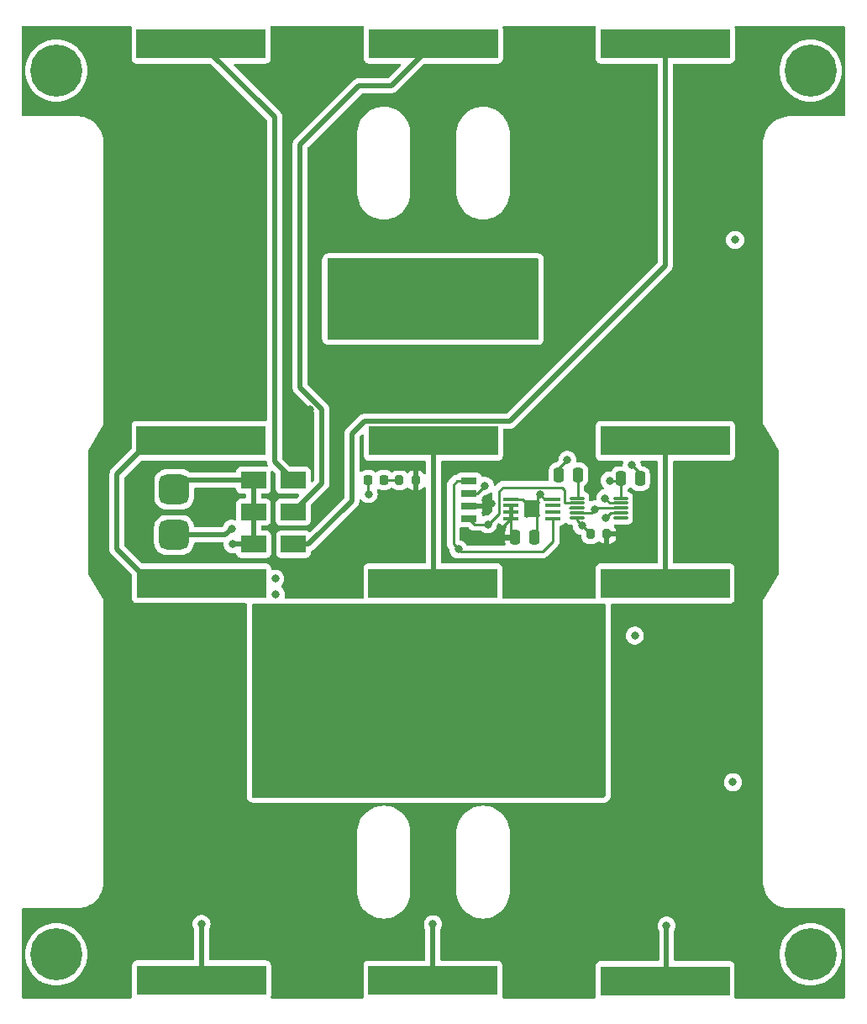
<source format=gbr>
%TF.GenerationSoftware,KiCad,Pcbnew,8.0.2-1*%
%TF.CreationDate,2024-06-12T16:50:45-07:00*%
%TF.ProjectId,solar-panel-NoCutout,736f6c61-722d-4706-916e-656c2d4e6f43,3.0*%
%TF.SameCoordinates,Original*%
%TF.FileFunction,Copper,L1,Top*%
%TF.FilePolarity,Positive*%
%FSLAX46Y46*%
G04 Gerber Fmt 4.6, Leading zero omitted, Abs format (unit mm)*
G04 Created by KiCad (PCBNEW 8.0.2-1) date 2024-06-12 16:50:45*
%MOMM*%
%LPD*%
G01*
G04 APERTURE LIST*
G04 Aperture macros list*
%AMRoundRect*
0 Rectangle with rounded corners*
0 $1 Rounding radius*
0 $2 $3 $4 $5 $6 $7 $8 $9 X,Y pos of 4 corners*
0 Add a 4 corners polygon primitive as box body*
4,1,4,$2,$3,$4,$5,$6,$7,$8,$9,$2,$3,0*
0 Add four circle primitives for the rounded corners*
1,1,$1+$1,$2,$3*
1,1,$1+$1,$4,$5*
1,1,$1+$1,$6,$7*
1,1,$1+$1,$8,$9*
0 Add four rect primitives between the rounded corners*
20,1,$1+$1,$2,$3,$4,$5,0*
20,1,$1+$1,$4,$5,$6,$7,0*
20,1,$1+$1,$6,$7,$8,$9,0*
20,1,$1+$1,$8,$9,$2,$3,0*%
G04 Aperture macros list end*
%TA.AperFunction,ComponentPad*%
%ADD10C,5.250000*%
%TD*%
%TA.AperFunction,SMDPad,CuDef*%
%ADD11RoundRect,0.100000X0.687500X0.100000X-0.687500X0.100000X-0.687500X-0.100000X0.687500X-0.100000X0*%
%TD*%
%TA.AperFunction,HeatsinkPad*%
%ADD12C,0.500000*%
%TD*%
%TA.AperFunction,HeatsinkPad*%
%ADD13R,1.500000X1.800000*%
%TD*%
%TA.AperFunction,SMDPad,CuDef*%
%ADD14R,13.000000X3.000000*%
%TD*%
%TA.AperFunction,SMDPad,CuDef*%
%ADD15RoundRect,0.750000X0.750000X-0.750000X0.750000X0.750000X-0.750000X0.750000X-0.750000X-0.750000X0*%
%TD*%
%TA.AperFunction,SMDPad,CuDef*%
%ADD16R,2.500000X1.700000*%
%TD*%
%TA.AperFunction,SMDPad,CuDef*%
%ADD17RoundRect,0.250000X-0.250000X-0.475000X0.250000X-0.475000X0.250000X0.475000X-0.250000X0.475000X0*%
%TD*%
%TA.AperFunction,SMDPad,CuDef*%
%ADD18RoundRect,0.250000X0.250000X0.475000X-0.250000X0.475000X-0.250000X-0.475000X0.250000X-0.475000X0*%
%TD*%
%TA.AperFunction,SMDPad,CuDef*%
%ADD19R,1.600000X0.700000*%
%TD*%
%TA.AperFunction,SMDPad,CuDef*%
%ADD20RoundRect,0.200000X0.200000X0.275000X-0.200000X0.275000X-0.200000X-0.275000X0.200000X-0.275000X0*%
%TD*%
%TA.AperFunction,SMDPad,CuDef*%
%ADD21RoundRect,0.218750X-0.218750X-0.256250X0.218750X-0.256250X0.218750X0.256250X-0.218750X0.256250X0*%
%TD*%
%TA.AperFunction,SMDPad,CuDef*%
%ADD22RoundRect,0.075000X-0.650000X-0.075000X0.650000X-0.075000X0.650000X0.075000X-0.650000X0.075000X0*%
%TD*%
%TA.AperFunction,ViaPad*%
%ADD23C,0.800000*%
%TD*%
%TA.AperFunction,Conductor*%
%ADD24C,0.250000*%
%TD*%
%TA.AperFunction,Conductor*%
%ADD25C,0.500000*%
%TD*%
G04 APERTURE END LIST*
D10*
%TO.P,J2,1,Pin_1*%
%TO.N,unconnected-(J2-Pin_1-Pad1)*%
X106500000Y-70300000D03*
%TD*%
%TO.P,J3,1,Pin_1*%
%TO.N,unconnected-(J3-Pin_1-Pad1)*%
X106500000Y-159300000D03*
%TD*%
%TO.P,J4,1,Pin_1*%
%TO.N,unconnected-(J4-Pin_1-Pad1)*%
X182500000Y-70300000D03*
%TD*%
%TO.P,J5,1,Pin_1*%
%TO.N,unconnected-(J5-Pin_1-Pad1)*%
X182500000Y-159300000D03*
%TD*%
D11*
%TO.P,U2,1,SDA*%
%TO.N,SDA*%
X156562500Y-115395000D03*
%TO.P,U2,2,SCL*%
%TO.N,SCL*%
X156562500Y-114745000D03*
%TO.P,U2,3,Alert*%
%TO.N,unconnected-(U2-Alert-Pad3)*%
X156562500Y-114095000D03*
%TO.P,U2,4,GND*%
%TO.N,GND*%
X156562500Y-113445000D03*
%TO.P,U2,5,A2*%
X152337500Y-113445000D03*
%TO.P,U2,6,A1*%
%TO.N,+3V3*%
X152337500Y-114095000D03*
%TO.P,U2,7,A0*%
X152337500Y-114745000D03*
%TO.P,U2,8,VDD*%
X152337500Y-115395000D03*
D12*
%TO.P,U2,9,EP/GND*%
%TO.N,GND*%
X155000000Y-115070000D03*
X155000000Y-113770000D03*
D13*
X154450000Y-114420000D03*
D12*
X153900000Y-115070000D03*
X153900000Y-113770000D03*
%TD*%
D14*
%TO.P,SC5,1,+*%
%TO.N,Net-(D3-A)*%
X167860000Y-67570000D03*
%TO.P,SC5,2,-*%
%TO.N,Net-(SC5--)*%
X167860000Y-107570000D03*
%TD*%
D15*
%TO.P,TP1,1,1*%
%TO.N,VSOLAR*%
X118370000Y-112450000D03*
%TD*%
D16*
%TO.P,D3,1,K*%
%TO.N,VSOLAR*%
X126400000Y-118000000D03*
%TO.P,D3,2,A*%
%TO.N,Net-(D3-A)*%
X130400000Y-118000000D03*
%TD*%
D15*
%TO.P,TP2,1,1*%
%TO.N,GND*%
X118360000Y-117050000D03*
%TD*%
D16*
%TO.P,D1,1,K*%
%TO.N,VSOLAR*%
X126360000Y-111540000D03*
%TO.P,D1,2,A*%
%TO.N,Net-(D1-A)*%
X130360000Y-111540000D03*
%TD*%
D14*
%TO.P,SC3,1,+*%
%TO.N,Net-(D2-A)*%
X144490000Y-67570000D03*
%TO.P,SC3,2,-*%
%TO.N,Net-(SC3--)*%
X144490000Y-107570000D03*
%TD*%
%TO.P,SC4,1,+*%
%TO.N,Net-(SC3--)*%
X144450000Y-121940000D03*
%TO.P,SC4,2,-*%
%TO.N,GND*%
X144450000Y-161940000D03*
%TD*%
%TO.P,SC2,1,+*%
%TO.N,Net-(SC1--)*%
X121120000Y-121920000D03*
%TO.P,SC2,2,-*%
%TO.N,GND*%
X121120000Y-161920000D03*
%TD*%
D16*
%TO.P,D2,1,K*%
%TO.N,VSOLAR*%
X126360000Y-114750000D03*
%TO.P,D2,2,A*%
%TO.N,Net-(D2-A)*%
X130360000Y-114750000D03*
%TD*%
D14*
%TO.P,SC6,1,+*%
%TO.N,Net-(SC5--)*%
X167850000Y-121950000D03*
%TO.P,SC6,2,-*%
%TO.N,GND*%
X167850000Y-161950000D03*
%TD*%
D17*
%TO.P,C2,1*%
%TO.N,+3V3*%
X152750000Y-117250000D03*
%TO.P,C2,2*%
%TO.N,GND*%
X154650000Y-117250000D03*
%TD*%
D18*
%TO.P,C5,1*%
%TO.N,Net-(U3-REG)*%
X159050000Y-111000000D03*
%TO.P,C5,2*%
%TO.N,GND*%
X157150000Y-111000000D03*
%TD*%
D19*
%TO.P,U1,1,SCL*%
%TO.N,SCL*%
X148075000Y-115430000D03*
%TO.P,U1,2,VDD*%
%TO.N,+3V3*%
X148075000Y-114160000D03*
%TO.P,U1,3,GND*%
%TO.N,GND*%
X148075000Y-112890000D03*
%TO.P,U1,4,SDA*%
%TO.N,SDA*%
X148075000Y-111620000D03*
%TD*%
D20*
%TO.P,R3,1*%
%TO.N,+3V3*%
X161990000Y-116970000D03*
%TO.P,R3,2*%
%TO.N,Net-(U3-EN)*%
X160340000Y-116970000D03*
%TD*%
D17*
%TO.P,C3,1*%
%TO.N,Net-(U3-EN)*%
X163410000Y-111380000D03*
%TO.P,C3,2*%
%TO.N,GND*%
X165310000Y-111380000D03*
%TD*%
D21*
%TO.P,D4,1,K*%
%TO.N,GND*%
X137912500Y-111525000D03*
%TO.P,D4,2,A*%
%TO.N,Net-(D4-A)*%
X139487500Y-111525000D03*
%TD*%
D14*
%TO.P,SC1,1,+*%
%TO.N,Net-(D1-A)*%
X121090000Y-67570000D03*
%TO.P,SC1,2,-*%
%TO.N,Net-(SC1--)*%
X121090000Y-107570000D03*
%TD*%
D20*
%TO.P,R1,1*%
%TO.N,+3V3*%
X142725000Y-111550000D03*
%TO.P,R1,2*%
%TO.N,Net-(D4-A)*%
X141075000Y-111550000D03*
%TD*%
D22*
%TO.P,U3,1,REG*%
%TO.N,Net-(U3-REG)*%
X158980000Y-113350000D03*
%TO.P,U3,2,SCL*%
%TO.N,SCL*%
X158980000Y-113850000D03*
%TO.P,U3,3,SDA*%
%TO.N,SDA*%
X158980000Y-114350000D03*
%TO.P,U3,4,IN/TRIG*%
%TO.N,GND*%
X158980000Y-114850000D03*
%TO.P,U3,5,EN*%
%TO.N,Net-(U3-EN)*%
X158980000Y-115350000D03*
%TO.P,U3,6,VDD/NC*%
%TO.N,unconnected-(U3-VDD{slash}NC-Pad6)*%
X163380000Y-115350000D03*
%TO.P,U3,7,OUT+*%
%TO.N,Net-(U3-OUT+)*%
X163380000Y-114850000D03*
%TO.P,U3,8,GND*%
%TO.N,GND*%
X163380000Y-114350000D03*
%TO.P,U3,9,OUT-*%
%TO.N,Net-(U3-OUT+)*%
X163380000Y-113850000D03*
%TO.P,U3,10,VDD*%
%TO.N,Net-(U3-EN)*%
X163380000Y-113350000D03*
%TD*%
D23*
%TO.N,GND*%
X168000000Y-156390000D03*
X155250000Y-112975000D03*
X158000000Y-109500000D03*
X144450000Y-156250000D03*
X149675000Y-112100000D03*
X121120000Y-156220000D03*
X124150000Y-116450000D03*
X137975000Y-112925000D03*
X160750000Y-114500000D03*
X164500000Y-110000000D03*
%TO.N,+3V3*%
X139300000Y-104410000D03*
X150375000Y-113875000D03*
X124500000Y-126200000D03*
X151390000Y-117440000D03*
X126600000Y-104300000D03*
X132050000Y-104410000D03*
%TO.N,VSOLAR*%
X124270000Y-118000000D03*
%TO.N,Net-(U3-EN)*%
X159470000Y-116130000D03*
X162260000Y-111570000D03*
%TO.N,SDA*%
X147030000Y-118510000D03*
X128560000Y-121470000D03*
%TO.N,SCL*%
X128630000Y-123030000D03*
X149990000Y-115990000D03*
%TO.N,Net-(U3-OUT+)*%
X161890000Y-115330000D03*
X174680000Y-141950000D03*
X161820000Y-113350000D03*
X164800000Y-127190000D03*
X174900000Y-87350000D03*
%TD*%
D24*
%TO.N,GND*%
X148075000Y-112890000D02*
X148885000Y-112890000D01*
X156562500Y-113445000D02*
X155720000Y-113445000D01*
X155250000Y-112975000D02*
X155000000Y-113225000D01*
X154910000Y-116690000D02*
X154910000Y-114880000D01*
D25*
X144450000Y-161940000D02*
X144450000Y-156250000D01*
D24*
X160900000Y-114350000D02*
X160750000Y-114500000D01*
X154910000Y-114880000D02*
X154450000Y-114420000D01*
D25*
X168000000Y-161970000D02*
X168000000Y-156390000D01*
D24*
X157150000Y-110350000D02*
X157150000Y-111450000D01*
X137912500Y-112862500D02*
X137975000Y-112925000D01*
X158980000Y-114850000D02*
X160400000Y-114850000D01*
D25*
X121120000Y-161920000D02*
X121120000Y-156220000D01*
D24*
X155000000Y-113225000D02*
X155000000Y-113870000D01*
X154450000Y-114420000D02*
X153475000Y-113445000D01*
X158000000Y-109500000D02*
X157150000Y-110350000D01*
X153475000Y-113445000D02*
X152337500Y-113445000D01*
X160400000Y-114850000D02*
X160750000Y-114500000D01*
X155720000Y-113445000D02*
X155250000Y-112975000D01*
X165310000Y-111380000D02*
X165310000Y-110810000D01*
X155000000Y-113870000D02*
X154450000Y-114420000D01*
X148885000Y-112890000D02*
X149675000Y-112100000D01*
X165310000Y-110810000D02*
X164500000Y-110000000D01*
X163380000Y-114350000D02*
X160900000Y-114350000D01*
D25*
X118360000Y-117050000D02*
X123550000Y-117050000D01*
D24*
X137912500Y-111525000D02*
X137912500Y-112862500D01*
D25*
X123550000Y-117050000D02*
X124150000Y-116450000D01*
D24*
%TO.N,+3V3*%
X150375000Y-113875000D02*
X150090000Y-114160000D01*
X152337500Y-114095000D02*
X152337500Y-114745000D01*
X151390000Y-116342500D02*
X152337500Y-115395000D01*
X152260000Y-117440000D02*
X151390000Y-117440000D01*
X152337500Y-114745000D02*
X152337500Y-117362500D01*
X150090000Y-114160000D02*
X148075000Y-114160000D01*
X151390000Y-117440000D02*
X151390000Y-116342500D01*
X152337500Y-117362500D02*
X152260000Y-117440000D01*
D25*
%TO.N,VSOLAR*%
X126360000Y-117960000D02*
X126400000Y-118000000D01*
X126360000Y-111540000D02*
X126360000Y-117960000D01*
X118370000Y-112450000D02*
X119280000Y-111540000D01*
X126400000Y-118000000D02*
X124270000Y-118000000D01*
X119280000Y-111540000D02*
X126360000Y-111540000D01*
D24*
%TO.N,Net-(U3-EN)*%
X163410000Y-111570000D02*
X162260000Y-111570000D01*
X158980000Y-115350000D02*
X158980000Y-115610000D01*
X158980000Y-115610000D02*
X160340000Y-116970000D01*
X163380000Y-113350000D02*
X163380000Y-111410000D01*
X163380000Y-111410000D02*
X163410000Y-111380000D01*
%TO.N,Net-(U3-REG)*%
X159050000Y-111450000D02*
X159050000Y-113280000D01*
X159050000Y-113280000D02*
X158980000Y-113350000D01*
D25*
%TO.N,Net-(D1-A)*%
X128500000Y-109680000D02*
X130360000Y-111540000D01*
X121090000Y-67570000D02*
X128500000Y-74980000D01*
X128500000Y-74980000D02*
X128500000Y-109680000D01*
%TO.N,Net-(D2-A)*%
X131060000Y-77740000D02*
X131060000Y-102217918D01*
X144490000Y-67570000D02*
X140260000Y-71800000D01*
X133240000Y-104397918D02*
X133240000Y-111870000D01*
X131060000Y-102217918D02*
X133240000Y-104397918D01*
X140260000Y-71800000D02*
X137000000Y-71800000D01*
X137000000Y-71800000D02*
X131060000Y-77740000D01*
X133240000Y-111870000D02*
X130360000Y-114750000D01*
D24*
%TO.N,SDA*%
X146500000Y-117980000D02*
X147030000Y-118510000D01*
X147270000Y-118750000D02*
X147030000Y-118510000D01*
X148075000Y-111620000D02*
X146880000Y-111620000D01*
X146500000Y-112000000D02*
X146500000Y-117980000D01*
X158189315Y-114350000D02*
X158980000Y-114350000D01*
X146880000Y-111620000D02*
X146500000Y-112000000D01*
X156562500Y-117687500D02*
X155500000Y-118750000D01*
X156562500Y-115395000D02*
X156562500Y-117687500D01*
X155500000Y-118750000D02*
X147270000Y-118750000D01*
%TO.N,SCL*%
X157500000Y-112250000D02*
X151500000Y-112250000D01*
X151100000Y-114880000D02*
X149990000Y-115990000D01*
X148635000Y-115990000D02*
X148075000Y-115430000D01*
X151500000Y-112250000D02*
X151100000Y-112650000D01*
X157750000Y-112500000D02*
X157500000Y-112250000D01*
X158980000Y-113850000D02*
X157794695Y-113850000D01*
X149990000Y-115990000D02*
X148635000Y-115990000D01*
X151100000Y-112650000D02*
X151100000Y-114880000D01*
X156885305Y-114670000D02*
X155900000Y-114670000D01*
X157794695Y-113850000D02*
X157750000Y-113805305D01*
X157750000Y-113805305D02*
X157750000Y-112500000D01*
D25*
%TO.N,Net-(D3-A)*%
X136280000Y-106880000D02*
X137540000Y-105620000D01*
X137540000Y-105620000D02*
X152180000Y-105620000D01*
X152180000Y-105620000D02*
X167860000Y-89940000D01*
X167860000Y-89940000D02*
X167860000Y-67570000D01*
X136280000Y-113630000D02*
X136280000Y-106880000D01*
X131910000Y-118000000D02*
X136280000Y-113630000D01*
X130400000Y-118000000D02*
X131910000Y-118000000D01*
D24*
%TO.N,Net-(D4-A)*%
X141075000Y-111550000D02*
X139512500Y-111550000D01*
X139512500Y-111550000D02*
X139487500Y-111525000D01*
D25*
%TO.N,Net-(SC1--)*%
X112600000Y-110950000D02*
X115980000Y-107570000D01*
X112600000Y-118490000D02*
X112600000Y-110950000D01*
X116030000Y-121920000D02*
X112600000Y-118490000D01*
X115980000Y-107570000D02*
X121090000Y-107570000D01*
X121120000Y-121920000D02*
X116030000Y-121920000D01*
%TO.N,Net-(SC3--)*%
X144490000Y-121900000D02*
X144450000Y-121940000D01*
X144490000Y-107570000D02*
X144490000Y-121900000D01*
%TO.N,Net-(SC5--)*%
X167860000Y-121830000D02*
X168000000Y-121970000D01*
X167860000Y-107570000D02*
X167860000Y-121830000D01*
D24*
%TO.N,Net-(U3-OUT+)*%
X163380000Y-114850000D02*
X162370000Y-114850000D01*
X162320000Y-113850000D02*
X161820000Y-113350000D01*
X162370000Y-114850000D02*
X161890000Y-115330000D01*
X163380000Y-113850000D02*
X162320000Y-113850000D01*
%TD*%
%TA.AperFunction,Conductor*%
%TO.N,+3V3*%
G36*
X114043771Y-65795502D02*
G01*
X114090264Y-65849158D01*
X114100368Y-65919432D01*
X114093706Y-65945528D01*
X114088011Y-65960799D01*
X114088010Y-65960802D01*
X114088009Y-65960803D01*
X114081500Y-66021350D01*
X114081500Y-69118649D01*
X114088009Y-69179196D01*
X114088011Y-69179204D01*
X114139110Y-69316202D01*
X114139112Y-69316207D01*
X114226738Y-69433261D01*
X114343792Y-69520887D01*
X114343794Y-69520888D01*
X114343796Y-69520889D01*
X114402875Y-69542924D01*
X114480795Y-69571988D01*
X114480803Y-69571990D01*
X114541350Y-69578499D01*
X114541355Y-69578499D01*
X114541362Y-69578500D01*
X121973629Y-69578500D01*
X122041750Y-69598502D01*
X122062724Y-69615405D01*
X127704595Y-75257276D01*
X127738621Y-75319588D01*
X127741500Y-75346371D01*
X127741500Y-105435500D01*
X127721498Y-105503621D01*
X127667842Y-105550114D01*
X127615500Y-105561500D01*
X114541350Y-105561500D01*
X114480803Y-105568009D01*
X114480795Y-105568011D01*
X114343797Y-105619110D01*
X114343792Y-105619112D01*
X114226738Y-105706738D01*
X114139112Y-105823792D01*
X114139110Y-105823797D01*
X114088011Y-105960795D01*
X114088009Y-105960803D01*
X114081500Y-106021350D01*
X114081500Y-108343629D01*
X114061498Y-108411750D01*
X114044595Y-108432724D01*
X112010838Y-110466480D01*
X112010833Y-110466486D01*
X111927826Y-110590715D01*
X111882060Y-110701206D01*
X111870650Y-110728750D01*
X111870649Y-110728754D01*
X111841500Y-110875290D01*
X111841500Y-110875294D01*
X111841500Y-118564706D01*
X111850470Y-118609802D01*
X111860559Y-118660524D01*
X111865595Y-118685842D01*
X111870649Y-118711247D01*
X111927826Y-118849284D01*
X112010834Y-118973515D01*
X112010838Y-118973519D01*
X114074595Y-121037276D01*
X114108621Y-121099588D01*
X114111500Y-121126371D01*
X114111500Y-123468649D01*
X114118009Y-123529196D01*
X114118011Y-123529204D01*
X114169110Y-123666202D01*
X114169112Y-123666207D01*
X114256738Y-123783261D01*
X114373792Y-123870887D01*
X114373794Y-123870888D01*
X114373796Y-123870889D01*
X114432875Y-123892924D01*
X114510795Y-123921988D01*
X114510803Y-123921990D01*
X114571350Y-123928499D01*
X114571355Y-123928499D01*
X114571362Y-123928500D01*
X125573131Y-123928500D01*
X125641252Y-123948502D01*
X125687745Y-124002158D01*
X125697848Y-124072429D01*
X125697848Y-124072432D01*
X125686500Y-124151356D01*
X125686500Y-143376007D01*
X125698237Y-143485164D01*
X125709441Y-143536667D01*
X125743125Y-143637869D01*
X125744110Y-143640827D01*
X125755481Y-143658520D01*
X125823130Y-143763784D01*
X125823131Y-143763786D01*
X125868880Y-143816582D01*
X125868882Y-143816583D01*
X125868884Y-143816586D01*
X125979339Y-143912297D01*
X126057194Y-143947853D01*
X126112284Y-143973013D01*
X126112286Y-143973013D01*
X126112287Y-143973014D01*
X126179326Y-143992699D01*
X126179330Y-143992700D01*
X126324000Y-144013500D01*
X126324004Y-144013500D01*
X161648650Y-144013500D01*
X161694536Y-144011039D01*
X161703533Y-144010557D01*
X161729891Y-144007723D01*
X161770797Y-144001094D01*
X161784145Y-143998932D01*
X161784146Y-143998931D01*
X161784149Y-143998931D01*
X161921091Y-143947854D01*
X161982414Y-143914369D01*
X162099418Y-143826780D01*
X162226780Y-143699418D01*
X162263517Y-143658520D01*
X162280151Y-143637878D01*
X162312297Y-143593299D01*
X162373014Y-143460351D01*
X162392699Y-143393312D01*
X162392700Y-143393308D01*
X162413500Y-143248638D01*
X162413500Y-141950000D01*
X173766496Y-141950000D01*
X173786457Y-142139927D01*
X173816526Y-142232470D01*
X173845473Y-142321556D01*
X173845476Y-142321561D01*
X173940958Y-142486941D01*
X173940965Y-142486951D01*
X174068744Y-142628864D01*
X174068747Y-142628866D01*
X174223248Y-142741118D01*
X174397712Y-142818794D01*
X174584513Y-142858500D01*
X174775487Y-142858500D01*
X174962288Y-142818794D01*
X175136752Y-142741118D01*
X175291253Y-142628866D01*
X175419040Y-142486944D01*
X175514527Y-142321556D01*
X175573542Y-142139928D01*
X175593504Y-141950000D01*
X175573542Y-141760072D01*
X175514527Y-141578444D01*
X175419040Y-141413056D01*
X175419038Y-141413054D01*
X175419034Y-141413048D01*
X175291255Y-141271135D01*
X175136752Y-141158882D01*
X174962288Y-141081206D01*
X174775487Y-141041500D01*
X174584513Y-141041500D01*
X174397711Y-141081206D01*
X174223247Y-141158882D01*
X174068744Y-141271135D01*
X173940965Y-141413048D01*
X173940958Y-141413058D01*
X173845476Y-141578438D01*
X173845473Y-141578445D01*
X173786457Y-141760072D01*
X173766496Y-141950000D01*
X162413500Y-141950000D01*
X162413500Y-127190000D01*
X163886496Y-127190000D01*
X163906457Y-127379927D01*
X163936526Y-127472470D01*
X163965473Y-127561556D01*
X163965476Y-127561561D01*
X164060958Y-127726941D01*
X164060965Y-127726951D01*
X164188744Y-127868864D01*
X164188747Y-127868866D01*
X164343248Y-127981118D01*
X164517712Y-128058794D01*
X164704513Y-128098500D01*
X164895487Y-128098500D01*
X165082288Y-128058794D01*
X165256752Y-127981118D01*
X165411253Y-127868866D01*
X165539040Y-127726944D01*
X165634527Y-127561556D01*
X165693542Y-127379928D01*
X165713504Y-127190000D01*
X165693542Y-127000072D01*
X165634527Y-126818444D01*
X165539040Y-126653056D01*
X165539038Y-126653054D01*
X165539034Y-126653048D01*
X165411255Y-126511135D01*
X165256752Y-126398882D01*
X165082288Y-126321206D01*
X164895487Y-126281500D01*
X164704513Y-126281500D01*
X164517711Y-126321206D01*
X164343247Y-126398882D01*
X164188744Y-126511135D01*
X164060965Y-126653048D01*
X164060958Y-126653058D01*
X163965476Y-126818438D01*
X163965473Y-126818445D01*
X163906457Y-127000072D01*
X163886496Y-127190000D01*
X162413500Y-127190000D01*
X162413500Y-124151362D01*
X162413500Y-124151356D01*
X162413500Y-124151349D01*
X162410558Y-124096487D01*
X162410557Y-124096467D01*
X162410554Y-124096444D01*
X162410422Y-124094795D01*
X162410467Y-124094791D01*
X162410467Y-124094783D01*
X162410777Y-124094766D01*
X162411358Y-124094719D01*
X162423230Y-124028288D01*
X162471522Y-123976245D01*
X162535996Y-123958500D01*
X174398632Y-123958500D01*
X174398638Y-123958500D01*
X174398645Y-123958499D01*
X174398649Y-123958499D01*
X174459196Y-123951990D01*
X174459199Y-123951989D01*
X174459201Y-123951989D01*
X174596204Y-123900889D01*
X174713261Y-123813261D01*
X174800889Y-123696204D01*
X174851989Y-123559201D01*
X174855215Y-123529201D01*
X174858499Y-123498649D01*
X174858500Y-123498632D01*
X174858500Y-120401367D01*
X174858499Y-120401350D01*
X174851990Y-120340803D01*
X174851988Y-120340795D01*
X174800889Y-120203797D01*
X174800887Y-120203792D01*
X174713261Y-120086738D01*
X174596207Y-119999112D01*
X174596202Y-119999110D01*
X174459204Y-119948011D01*
X174459196Y-119948009D01*
X174398649Y-119941500D01*
X174398638Y-119941500D01*
X168744500Y-119941500D01*
X168676379Y-119921498D01*
X168629886Y-119867842D01*
X168618500Y-119815500D01*
X168618500Y-109704500D01*
X168638502Y-109636379D01*
X168692158Y-109589886D01*
X168744500Y-109578500D01*
X174408632Y-109578500D01*
X174408638Y-109578500D01*
X174408645Y-109578499D01*
X174408649Y-109578499D01*
X174469196Y-109571990D01*
X174469199Y-109571989D01*
X174469201Y-109571989D01*
X174606204Y-109520889D01*
X174634109Y-109500000D01*
X174723261Y-109433261D01*
X174810887Y-109316207D01*
X174810887Y-109316206D01*
X174810889Y-109316204D01*
X174861989Y-109179201D01*
X174867447Y-109128438D01*
X174868499Y-109118649D01*
X174868500Y-109118632D01*
X174868500Y-106021367D01*
X174868499Y-106021350D01*
X174861990Y-105960803D01*
X174861988Y-105960795D01*
X174810889Y-105823797D01*
X174810887Y-105823792D01*
X174723261Y-105706738D01*
X174606207Y-105619112D01*
X174606202Y-105619110D01*
X174469204Y-105568011D01*
X174469196Y-105568009D01*
X174408649Y-105561500D01*
X174408638Y-105561500D01*
X161311362Y-105561500D01*
X161311350Y-105561500D01*
X161250803Y-105568009D01*
X161250795Y-105568011D01*
X161113797Y-105619110D01*
X161113792Y-105619112D01*
X160996738Y-105706738D01*
X160909112Y-105823792D01*
X160909110Y-105823797D01*
X160858011Y-105960795D01*
X160858009Y-105960803D01*
X160851500Y-106021350D01*
X160851500Y-109118649D01*
X160858009Y-109179196D01*
X160858011Y-109179204D01*
X160909110Y-109316202D01*
X160909112Y-109316207D01*
X160996738Y-109433261D01*
X161113792Y-109520887D01*
X161113794Y-109520888D01*
X161113796Y-109520889D01*
X161167573Y-109540947D01*
X161250795Y-109571988D01*
X161250803Y-109571990D01*
X161311350Y-109578499D01*
X161311355Y-109578499D01*
X161311362Y-109578500D01*
X163508276Y-109578500D01*
X163576397Y-109598502D01*
X163622890Y-109652158D01*
X163632994Y-109722432D01*
X163628109Y-109743436D01*
X163606457Y-109810071D01*
X163586496Y-110000001D01*
X163586496Y-110000005D01*
X163587266Y-110007335D01*
X163574491Y-110077173D01*
X163525987Y-110129017D01*
X163461956Y-110146500D01*
X163109455Y-110146500D01*
X163005574Y-110157112D01*
X162837261Y-110212885D01*
X162686347Y-110305970D01*
X162686341Y-110305975D01*
X162560975Y-110431341D01*
X162560970Y-110431347D01*
X162514110Y-110507320D01*
X162468788Y-110580799D01*
X162467883Y-110582266D01*
X162464859Y-110588751D01*
X162417941Y-110642036D01*
X162350665Y-110661500D01*
X162164513Y-110661500D01*
X161977711Y-110701206D01*
X161803247Y-110778882D01*
X161648744Y-110891135D01*
X161520965Y-111033048D01*
X161520958Y-111033058D01*
X161448639Y-111158319D01*
X161425473Y-111198444D01*
X161416105Y-111227276D01*
X161366457Y-111380072D01*
X161346496Y-111570000D01*
X161366457Y-111759927D01*
X161371011Y-111773942D01*
X161425473Y-111941556D01*
X161425476Y-111941561D01*
X161520958Y-112106941D01*
X161520965Y-112106951D01*
X161648742Y-112248862D01*
X161652523Y-112252266D01*
X161689766Y-112312710D01*
X161688417Y-112383694D01*
X161648906Y-112442680D01*
X161594415Y-112469152D01*
X161537715Y-112481204D01*
X161363247Y-112558882D01*
X161208744Y-112671135D01*
X161080965Y-112813048D01*
X161080958Y-112813058D01*
X161000204Y-112952929D01*
X160985473Y-112978444D01*
X160974772Y-113011379D01*
X160926457Y-113160072D01*
X160906496Y-113350000D01*
X160917251Y-113452330D01*
X160904479Y-113522168D01*
X160855976Y-113574015D01*
X160791941Y-113591500D01*
X160654513Y-113591500D01*
X160467709Y-113631206D01*
X160379718Y-113670382D01*
X160309351Y-113679816D01*
X160245054Y-113649709D01*
X160207241Y-113589620D01*
X160203548Y-113538833D01*
X160213500Y-113463244D01*
X160213500Y-113236756D01*
X160198481Y-113122676D01*
X160139686Y-112980732D01*
X160137931Y-112978445D01*
X160046157Y-112858842D01*
X159924274Y-112765318D01*
X159924266Y-112765313D01*
X159782319Y-112706517D01*
X159776878Y-112705059D01*
X159716259Y-112668102D01*
X159685243Y-112604239D01*
X159683500Y-112583355D01*
X159683500Y-112199959D01*
X159703502Y-112131838D01*
X159743354Y-112092718D01*
X159746845Y-112090564D01*
X159773652Y-112074030D01*
X159899030Y-111948652D01*
X159992115Y-111797738D01*
X160047887Y-111629426D01*
X160058500Y-111525545D01*
X160058499Y-110474456D01*
X160047887Y-110370574D01*
X159992115Y-110202262D01*
X159899030Y-110051348D01*
X159899029Y-110051347D01*
X159899024Y-110051341D01*
X159773658Y-109925975D01*
X159773652Y-109925970D01*
X159733570Y-109901247D01*
X159622738Y-109832885D01*
X159538582Y-109804999D01*
X159454427Y-109777113D01*
X159454420Y-109777112D01*
X159350553Y-109766500D01*
X159350545Y-109766500D01*
X159025431Y-109766500D01*
X158957310Y-109746498D01*
X158910817Y-109692842D01*
X158900121Y-109627330D01*
X158913504Y-109500000D01*
X158893542Y-109310072D01*
X158834527Y-109128444D01*
X158739040Y-108963056D01*
X158739038Y-108963054D01*
X158739034Y-108963048D01*
X158611255Y-108821135D01*
X158456752Y-108708882D01*
X158282288Y-108631206D01*
X158095487Y-108591500D01*
X157904513Y-108591500D01*
X157717711Y-108631206D01*
X157543247Y-108708882D01*
X157388744Y-108821135D01*
X157260965Y-108963048D01*
X157260958Y-108963058D01*
X157165476Y-109128438D01*
X157165473Y-109128445D01*
X157106457Y-109310072D01*
X157089093Y-109475290D01*
X157062080Y-109540947D01*
X157052878Y-109551215D01*
X156867940Y-109736153D01*
X156805628Y-109770179D01*
X156791652Y-109772405D01*
X156745577Y-109777112D01*
X156577262Y-109832885D01*
X156426347Y-109925970D01*
X156426341Y-109925975D01*
X156300975Y-110051341D01*
X156300970Y-110051347D01*
X156207885Y-110202262D01*
X156152113Y-110370572D01*
X156152112Y-110370579D01*
X156141500Y-110474446D01*
X156141500Y-110474454D01*
X156141500Y-110474455D01*
X156141500Y-110987873D01*
X156141501Y-111490500D01*
X156121499Y-111558621D01*
X156067843Y-111605114D01*
X156015501Y-111616500D01*
X151437603Y-111616500D01*
X151372622Y-111629426D01*
X151315215Y-111640845D01*
X151315213Y-111640845D01*
X151315212Y-111640846D01*
X151199923Y-111688601D01*
X151096171Y-111757926D01*
X151096169Y-111757927D01*
X150791045Y-112063051D01*
X150728733Y-112097076D01*
X150657917Y-112092011D01*
X150601082Y-112049464D01*
X150576640Y-111987124D01*
X150572597Y-111948658D01*
X150568542Y-111910072D01*
X150509527Y-111728444D01*
X150414040Y-111563056D01*
X150414038Y-111563054D01*
X150414034Y-111563048D01*
X150286255Y-111421135D01*
X150131752Y-111308882D01*
X149957288Y-111231206D01*
X149770487Y-111191500D01*
X149579513Y-111191500D01*
X149579511Y-111191500D01*
X149508755Y-111206539D01*
X149437964Y-111201136D01*
X149381332Y-111158319D01*
X149364504Y-111127325D01*
X149325889Y-111023796D01*
X149325887Y-111023792D01*
X149238261Y-110906738D01*
X149121207Y-110819112D01*
X149121202Y-110819110D01*
X148984204Y-110768011D01*
X148984196Y-110768009D01*
X148923649Y-110761500D01*
X148923638Y-110761500D01*
X147226362Y-110761500D01*
X147226350Y-110761500D01*
X147165803Y-110768009D01*
X147165795Y-110768011D01*
X147028797Y-110819110D01*
X147028792Y-110819112D01*
X146911738Y-110906738D01*
X146886987Y-110939803D01*
X146830151Y-110982350D01*
X146810701Y-110987873D01*
X146747632Y-111000418D01*
X146695215Y-111010845D01*
X146695213Y-111010845D01*
X146695212Y-111010846D01*
X146579923Y-111058601D01*
X146476171Y-111127926D01*
X146476164Y-111127931D01*
X146007931Y-111596164D01*
X146007926Y-111596171D01*
X145989587Y-111623618D01*
X145938600Y-111699925D01*
X145926787Y-111728444D01*
X145890846Y-111815212D01*
X145866500Y-111937603D01*
X145866500Y-111937606D01*
X145866500Y-117917606D01*
X145866500Y-118042394D01*
X145890845Y-118164785D01*
X145938600Y-118280075D01*
X146007929Y-118383833D01*
X146007931Y-118383835D01*
X146082877Y-118458781D01*
X146116903Y-118521093D01*
X146119092Y-118534705D01*
X146136457Y-118699927D01*
X146140136Y-118711248D01*
X146195473Y-118881556D01*
X146211029Y-118908500D01*
X146290958Y-119046941D01*
X146290965Y-119046951D01*
X146418744Y-119188864D01*
X146418747Y-119188866D01*
X146573248Y-119301118D01*
X146747712Y-119378794D01*
X146934513Y-119418500D01*
X147125487Y-119418500D01*
X147277196Y-119386253D01*
X147303393Y-119383500D01*
X155562393Y-119383500D01*
X155562394Y-119383500D01*
X155684785Y-119359155D01*
X155800075Y-119311400D01*
X155903833Y-119242071D01*
X157054571Y-118091333D01*
X157123900Y-117987575D01*
X157171655Y-117872285D01*
X157196000Y-117749894D01*
X157196000Y-117625106D01*
X157196000Y-116226358D01*
X157216002Y-116158237D01*
X157269658Y-116111744D01*
X157305555Y-116101436D01*
X157408850Y-116087838D01*
X157556876Y-116026524D01*
X157683987Y-115928987D01*
X157734886Y-115862653D01*
X157792222Y-115820789D01*
X157863093Y-115816567D01*
X157911551Y-115839398D01*
X157913842Y-115841156D01*
X157913843Y-115841157D01*
X158035732Y-115934686D01*
X158177676Y-115993481D01*
X158291756Y-116008500D01*
X158430405Y-116008500D01*
X158498526Y-116028502D01*
X158519007Y-116044914D01*
X158519098Y-116045004D01*
X158553467Y-116107127D01*
X158555271Y-116123489D01*
X158555806Y-116123433D01*
X158576457Y-116319927D01*
X158603153Y-116402087D01*
X158635473Y-116501556D01*
X158635476Y-116501561D01*
X158730958Y-116666941D01*
X158730965Y-116666951D01*
X158858744Y-116808864D01*
X158858747Y-116808866D01*
X159013248Y-116921118D01*
X159187712Y-116998794D01*
X159331699Y-117029399D01*
X159394171Y-117063127D01*
X159428493Y-117125277D01*
X159431501Y-117152646D01*
X159431501Y-117302261D01*
X159437986Y-117373646D01*
X159437986Y-117373647D01*
X159489170Y-117537906D01*
X159489172Y-117537911D01*
X159578184Y-117685155D01*
X159578188Y-117685160D01*
X159699839Y-117806811D01*
X159699844Y-117806815D01*
X159699845Y-117806816D01*
X159847087Y-117895827D01*
X160011351Y-117947013D01*
X160082735Y-117953500D01*
X160597264Y-117953499D01*
X160668649Y-117947013D01*
X160832913Y-117895827D01*
X160980155Y-117806816D01*
X161011455Y-117775516D01*
X161076259Y-117710713D01*
X161138571Y-117676687D01*
X161209386Y-117681752D01*
X161254449Y-117710713D01*
X161350149Y-117806413D01*
X161350159Y-117806421D01*
X161497293Y-117895366D01*
X161661446Y-117946518D01*
X161732781Y-117952999D01*
X161735999Y-117952999D01*
X162244000Y-117952999D01*
X162247222Y-117952999D01*
X162318553Y-117946518D01*
X162482706Y-117895366D01*
X162629840Y-117806421D01*
X162629850Y-117806413D01*
X162751413Y-117684850D01*
X162751421Y-117684840D01*
X162840366Y-117537706D01*
X162891518Y-117373553D01*
X162891518Y-117373552D01*
X162898000Y-117302222D01*
X162898000Y-117224000D01*
X162244000Y-117224000D01*
X162244000Y-117952999D01*
X161735999Y-117952999D01*
X161736000Y-117952998D01*
X161736000Y-116842000D01*
X161756002Y-116773879D01*
X161809658Y-116727386D01*
X161862000Y-116716000D01*
X162897999Y-116716000D01*
X162897999Y-116637778D01*
X162891518Y-116566446D01*
X162840366Y-116402293D01*
X162751421Y-116255159D01*
X162751413Y-116255149D01*
X162719859Y-116223595D01*
X162685833Y-116161283D01*
X162690898Y-116090468D01*
X162733445Y-116033632D01*
X162799965Y-116008821D01*
X162808954Y-116008500D01*
X164068237Y-116008500D01*
X164068244Y-116008500D01*
X164182324Y-115993481D01*
X164324268Y-115934686D01*
X164446157Y-115841157D01*
X164539686Y-115719268D01*
X164598481Y-115577324D01*
X164613500Y-115463244D01*
X164613500Y-115236756D01*
X164598481Y-115122676D01*
X164598479Y-115122672D01*
X164597660Y-115116447D01*
X164597660Y-115083553D01*
X164598479Y-115077327D01*
X164598481Y-115077324D01*
X164613500Y-114963244D01*
X164613500Y-114736756D01*
X164598481Y-114622676D01*
X164598479Y-114622672D01*
X164597660Y-114616447D01*
X164597660Y-114583553D01*
X164598479Y-114577327D01*
X164598481Y-114577324D01*
X164613500Y-114463244D01*
X164613500Y-114236756D01*
X164598481Y-114122676D01*
X164598479Y-114122672D01*
X164597660Y-114116447D01*
X164597660Y-114083553D01*
X164598479Y-114077327D01*
X164598481Y-114077324D01*
X164613500Y-113963244D01*
X164613500Y-113736756D01*
X164598481Y-113622676D01*
X164598479Y-113622672D01*
X164597660Y-113616447D01*
X164597660Y-113583553D01*
X164598479Y-113577327D01*
X164598481Y-113577324D01*
X164613500Y-113463244D01*
X164613500Y-113236756D01*
X164598481Y-113122676D01*
X164539686Y-112980732D01*
X164537931Y-112978445D01*
X164446157Y-112858842D01*
X164324274Y-112765318D01*
X164324266Y-112765313D01*
X164182322Y-112706518D01*
X164156012Y-112703055D01*
X164091085Y-112674332D01*
X164051994Y-112615067D01*
X164051149Y-112544075D01*
X164088820Y-112483897D01*
X164106310Y-112470894D01*
X164133652Y-112454030D01*
X164259030Y-112328652D01*
X164259031Y-112328649D01*
X164261162Y-112325956D01*
X164263098Y-112324584D01*
X164264220Y-112323463D01*
X164264411Y-112323654D01*
X164319101Y-112284925D01*
X164390026Y-112281733D01*
X164451418Y-112317392D01*
X164458838Y-112325956D01*
X164460971Y-112328654D01*
X164586341Y-112454024D01*
X164586347Y-112454029D01*
X164586348Y-112454030D01*
X164737262Y-112547115D01*
X164905574Y-112602887D01*
X165009455Y-112613500D01*
X165610544Y-112613499D01*
X165714426Y-112602887D01*
X165882738Y-112547115D01*
X166033652Y-112454030D01*
X166159030Y-112328652D01*
X166252115Y-112177738D01*
X166307887Y-112009426D01*
X166318500Y-111905545D01*
X166318499Y-110854456D01*
X166314888Y-110819112D01*
X166307887Y-110750574D01*
X166305906Y-110744595D01*
X166252115Y-110582262D01*
X166159030Y-110431348D01*
X166159029Y-110431347D01*
X166159024Y-110431341D01*
X166033658Y-110305975D01*
X166033652Y-110305970D01*
X165882738Y-110212885D01*
X165788023Y-110181500D01*
X165714427Y-110157113D01*
X165714420Y-110157112D01*
X165610553Y-110146500D01*
X165610545Y-110146500D01*
X165594594Y-110146500D01*
X165526473Y-110126498D01*
X165505499Y-110109595D01*
X165447122Y-110051218D01*
X165413096Y-109988906D01*
X165410907Y-109975293D01*
X165393542Y-109810071D01*
X165371891Y-109743436D01*
X165369863Y-109672469D01*
X165406526Y-109611671D01*
X165470238Y-109580345D01*
X165491724Y-109578500D01*
X166975500Y-109578500D01*
X167043621Y-109598502D01*
X167090114Y-109652158D01*
X167101500Y-109704500D01*
X167101500Y-119815500D01*
X167081498Y-119883621D01*
X167027842Y-119930114D01*
X166975500Y-119941500D01*
X161301350Y-119941500D01*
X161240803Y-119948009D01*
X161240795Y-119948011D01*
X161103797Y-119999110D01*
X161103792Y-119999112D01*
X160986738Y-120086738D01*
X160899112Y-120203792D01*
X160899110Y-120203797D01*
X160848011Y-120340795D01*
X160848009Y-120340803D01*
X160841500Y-120401350D01*
X160841500Y-123360500D01*
X160821498Y-123428621D01*
X160767842Y-123475114D01*
X160715500Y-123486500D01*
X151584500Y-123486500D01*
X151516379Y-123466498D01*
X151469886Y-123412842D01*
X151458500Y-123360500D01*
X151458500Y-120391367D01*
X151458499Y-120391350D01*
X151451990Y-120330803D01*
X151451988Y-120330795D01*
X151400889Y-120193797D01*
X151400887Y-120193792D01*
X151313261Y-120076738D01*
X151196207Y-119989112D01*
X151196202Y-119989110D01*
X151059204Y-119938011D01*
X151059196Y-119938009D01*
X150998649Y-119931500D01*
X150998638Y-119931500D01*
X145374500Y-119931500D01*
X145306379Y-119911498D01*
X145259886Y-119857842D01*
X145248500Y-119805500D01*
X145248500Y-109704500D01*
X145268502Y-109636379D01*
X145322158Y-109589886D01*
X145374500Y-109578500D01*
X151038632Y-109578500D01*
X151038638Y-109578500D01*
X151038645Y-109578499D01*
X151038649Y-109578499D01*
X151099196Y-109571990D01*
X151099199Y-109571989D01*
X151099201Y-109571989D01*
X151236204Y-109520889D01*
X151264109Y-109500000D01*
X151353261Y-109433261D01*
X151440887Y-109316207D01*
X151440887Y-109316206D01*
X151440889Y-109316204D01*
X151491989Y-109179201D01*
X151497447Y-109128438D01*
X151498499Y-109118649D01*
X151498500Y-109118632D01*
X151498500Y-106504500D01*
X151518502Y-106436379D01*
X151572158Y-106389886D01*
X151624500Y-106378500D01*
X152254701Y-106378500D01*
X152254705Y-106378500D01*
X152254706Y-106378500D01*
X152327976Y-106363925D01*
X152401247Y-106349351D01*
X152539284Y-106292174D01*
X152663515Y-106209166D01*
X168449166Y-90423515D01*
X168532174Y-90299284D01*
X168589351Y-90161246D01*
X168618500Y-90014705D01*
X168618500Y-89865295D01*
X168618500Y-87350000D01*
X173986496Y-87350000D01*
X174006457Y-87539927D01*
X174036526Y-87632470D01*
X174065473Y-87721556D01*
X174065476Y-87721561D01*
X174160958Y-87886941D01*
X174160965Y-87886951D01*
X174288744Y-88028864D01*
X174288747Y-88028866D01*
X174443248Y-88141118D01*
X174617712Y-88218794D01*
X174804513Y-88258500D01*
X174995487Y-88258500D01*
X175182288Y-88218794D01*
X175356752Y-88141118D01*
X175511253Y-88028866D01*
X175639040Y-87886944D01*
X175734527Y-87721556D01*
X175793542Y-87539928D01*
X175813504Y-87350000D01*
X175793542Y-87160072D01*
X175734527Y-86978444D01*
X175639040Y-86813056D01*
X175639038Y-86813054D01*
X175639034Y-86813048D01*
X175511255Y-86671135D01*
X175356752Y-86558882D01*
X175182288Y-86481206D01*
X174995487Y-86441500D01*
X174804513Y-86441500D01*
X174617711Y-86481206D01*
X174443247Y-86558882D01*
X174288744Y-86671135D01*
X174160965Y-86813048D01*
X174160958Y-86813058D01*
X174065476Y-86978438D01*
X174065473Y-86978445D01*
X174006457Y-87160072D01*
X173986496Y-87350000D01*
X168618500Y-87350000D01*
X168618500Y-70300000D01*
X179361563Y-70300000D01*
X179381296Y-70651389D01*
X179381296Y-70651390D01*
X179381297Y-70651393D01*
X179440250Y-70998368D01*
X179501461Y-71210834D01*
X179537683Y-71336564D01*
X179672361Y-71661706D01*
X179672366Y-71661717D01*
X179672373Y-71661729D01*
X179842602Y-71969738D01*
X179842606Y-71969745D01*
X180046268Y-72256779D01*
X180046273Y-72256786D01*
X180147692Y-72370274D01*
X180280790Y-72519210D01*
X180447448Y-72668144D01*
X180543213Y-72753726D01*
X180543220Y-72753731D01*
X180830254Y-72957393D01*
X180830261Y-72957397D01*
X180943389Y-73019920D01*
X181138283Y-73127634D01*
X181463440Y-73262318D01*
X181801632Y-73359750D01*
X182148607Y-73418703D01*
X182500000Y-73438437D01*
X182851393Y-73418703D01*
X183198368Y-73359750D01*
X183536560Y-73262318D01*
X183861717Y-73127634D01*
X184169749Y-72957391D01*
X184456783Y-72753729D01*
X184719210Y-72519210D01*
X184953729Y-72256783D01*
X185157391Y-71969749D01*
X185327634Y-71661717D01*
X185462318Y-71336560D01*
X185559750Y-70998368D01*
X185618703Y-70651393D01*
X185638437Y-70300000D01*
X185618703Y-69948607D01*
X185559750Y-69601632D01*
X185462318Y-69263440D01*
X185327634Y-68938283D01*
X185157391Y-68630251D01*
X184953729Y-68343217D01*
X184953728Y-68343216D01*
X184953726Y-68343213D01*
X184868144Y-68247448D01*
X184719210Y-68080790D01*
X184570274Y-67947692D01*
X184456786Y-67846273D01*
X184456779Y-67846268D01*
X184169745Y-67642606D01*
X184169738Y-67642602D01*
X183949669Y-67520975D01*
X183861717Y-67472366D01*
X183861710Y-67472363D01*
X183861706Y-67472361D01*
X183536564Y-67337683D01*
X183467409Y-67317759D01*
X183198368Y-67240250D01*
X183198362Y-67240249D01*
X183198359Y-67240248D01*
X182851389Y-67181296D01*
X182500000Y-67161563D01*
X182148610Y-67181296D01*
X182148609Y-67181296D01*
X181801640Y-67240248D01*
X181801634Y-67240249D01*
X181801632Y-67240250D01*
X181663330Y-67280094D01*
X181463435Y-67337683D01*
X181138293Y-67472361D01*
X181138270Y-67472373D01*
X180830261Y-67642602D01*
X180830254Y-67642606D01*
X180543220Y-67846268D01*
X180543213Y-67846273D01*
X180280790Y-68080790D01*
X180046273Y-68343213D01*
X180046268Y-68343220D01*
X179842606Y-68630254D01*
X179842602Y-68630261D01*
X179672373Y-68938270D01*
X179672361Y-68938293D01*
X179537683Y-69263435D01*
X179537682Y-69263440D01*
X179446915Y-69578500D01*
X179440248Y-69601640D01*
X179381296Y-69948609D01*
X179381296Y-69948610D01*
X179361563Y-70300000D01*
X168618500Y-70300000D01*
X168618500Y-69704500D01*
X168638502Y-69636379D01*
X168692158Y-69589886D01*
X168744500Y-69578500D01*
X174408632Y-69578500D01*
X174408638Y-69578500D01*
X174408645Y-69578499D01*
X174408649Y-69578499D01*
X174469196Y-69571990D01*
X174469199Y-69571989D01*
X174469201Y-69571989D01*
X174606204Y-69520889D01*
X174723261Y-69433261D01*
X174810889Y-69316204D01*
X174861989Y-69179201D01*
X174868500Y-69118638D01*
X174868500Y-66021362D01*
X174868499Y-66021350D01*
X174861990Y-65960803D01*
X174861989Y-65960802D01*
X174861989Y-65960799D01*
X174856294Y-65945532D01*
X174851229Y-65874720D01*
X174885252Y-65812407D01*
X174947564Y-65778380D01*
X174974350Y-65775500D01*
X185848500Y-65775500D01*
X185916621Y-65795502D01*
X185963114Y-65849158D01*
X185974500Y-65901500D01*
X185974500Y-74773500D01*
X185954498Y-74841621D01*
X185900842Y-74888114D01*
X185848500Y-74899500D01*
X180413112Y-74899500D01*
X180412427Y-74899498D01*
X180400600Y-74899433D01*
X180269453Y-74898720D01*
X180269452Y-74898720D01*
X180269447Y-74898720D01*
X180076259Y-74919477D01*
X179969787Y-74930918D01*
X179969783Y-74930918D01*
X179969781Y-74930919D01*
X179969775Y-74930920D01*
X179675661Y-74996622D01*
X179675645Y-74996626D01*
X179390770Y-75095007D01*
X179390758Y-75095012D01*
X179118766Y-75224817D01*
X178863092Y-75384407D01*
X178626999Y-75571746D01*
X178413483Y-75784456D01*
X178225255Y-76019835D01*
X178064696Y-76274911D01*
X177933861Y-76546415D01*
X177933859Y-76546422D01*
X177834402Y-76830918D01*
X177834397Y-76830932D01*
X177767583Y-77124802D01*
X177767582Y-77124809D01*
X177734251Y-77424354D01*
X177734500Y-77574446D01*
X177734500Y-105931999D01*
X177732230Y-105951093D01*
X177732966Y-105955763D01*
X177733107Y-105957572D01*
X177733929Y-105959186D01*
X177735738Y-105963554D01*
X177747635Y-105978659D01*
X178253155Y-106805294D01*
X179305993Y-108526915D01*
X179324500Y-108592650D01*
X179324500Y-120957348D01*
X179305993Y-121023084D01*
X177747632Y-123571344D01*
X177735737Y-123586449D01*
X177733926Y-123590822D01*
X177733108Y-123592429D01*
X177732968Y-123594222D01*
X177732230Y-123598906D01*
X177734500Y-123618003D01*
X177734500Y-151952482D01*
X177734225Y-152125650D01*
X177734225Y-152125652D01*
X177767574Y-152425179D01*
X177767575Y-152425187D01*
X177833273Y-152714067D01*
X177834410Y-152719067D01*
X177932134Y-152998571D01*
X177933886Y-153003580D01*
X178064724Y-153275068D01*
X178225285Y-153530133D01*
X178413508Y-153765503D01*
X178413514Y-153765510D01*
X178413515Y-153765511D01*
X178627031Y-153978221D01*
X178863120Y-154165562D01*
X179118786Y-154325154D01*
X179390783Y-154454971D01*
X179675656Y-154553366D01*
X179969791Y-154619090D01*
X180269452Y-154651307D01*
X180419585Y-154650502D01*
X180420261Y-154650500D01*
X185848500Y-154650500D01*
X185916621Y-154670502D01*
X185963114Y-154724158D01*
X185974500Y-154776500D01*
X185974500Y-163598500D01*
X185954498Y-163666621D01*
X185900842Y-163713114D01*
X185848500Y-163724500D01*
X174971810Y-163724500D01*
X174903689Y-163704498D01*
X174857196Y-163650842D01*
X174847092Y-163580568D01*
X174850566Y-163566960D01*
X174850177Y-163566868D01*
X174851990Y-163559196D01*
X174858499Y-163498649D01*
X174858500Y-163498632D01*
X174858500Y-160401367D01*
X174858499Y-160401350D01*
X174851990Y-160340803D01*
X174851988Y-160340795D01*
X174800889Y-160203797D01*
X174800887Y-160203792D01*
X174713261Y-160086738D01*
X174596207Y-159999112D01*
X174596202Y-159999110D01*
X174459204Y-159948011D01*
X174459196Y-159948009D01*
X174398649Y-159941500D01*
X174398638Y-159941500D01*
X168884500Y-159941500D01*
X168816379Y-159921498D01*
X168769886Y-159867842D01*
X168758500Y-159815500D01*
X168758500Y-159300000D01*
X179361563Y-159300000D01*
X179381296Y-159651389D01*
X179381296Y-159651390D01*
X179435279Y-159969111D01*
X179440250Y-159998368D01*
X179517759Y-160267409D01*
X179537683Y-160336564D01*
X179672361Y-160661706D01*
X179672366Y-160661717D01*
X179672373Y-160661729D01*
X179842602Y-160969738D01*
X179842606Y-160969745D01*
X180046268Y-161256779D01*
X180046273Y-161256786D01*
X180147692Y-161370274D01*
X180280790Y-161519210D01*
X180447448Y-161668144D01*
X180543213Y-161753726D01*
X180543220Y-161753731D01*
X180830254Y-161957393D01*
X180830261Y-161957397D01*
X180943389Y-162019920D01*
X181138283Y-162127634D01*
X181463440Y-162262318D01*
X181801632Y-162359750D01*
X182148607Y-162418703D01*
X182500000Y-162438437D01*
X182851393Y-162418703D01*
X183198368Y-162359750D01*
X183536560Y-162262318D01*
X183861717Y-162127634D01*
X184169749Y-161957391D01*
X184456783Y-161753729D01*
X184719210Y-161519210D01*
X184953729Y-161256783D01*
X185157391Y-160969749D01*
X185327634Y-160661717D01*
X185462318Y-160336560D01*
X185559750Y-159998368D01*
X185618703Y-159651393D01*
X185638437Y-159300000D01*
X185618703Y-158948607D01*
X185559750Y-158601632D01*
X185462318Y-158263440D01*
X185327634Y-157938283D01*
X185157391Y-157630251D01*
X184953729Y-157343217D01*
X184953728Y-157343216D01*
X184953726Y-157343213D01*
X184868144Y-157247448D01*
X184719210Y-157080790D01*
X184547118Y-156926999D01*
X184456786Y-156846273D01*
X184456779Y-156846268D01*
X184169745Y-156642606D01*
X184169738Y-156642602D01*
X183949669Y-156520975D01*
X183861717Y-156472366D01*
X183861710Y-156472363D01*
X183861706Y-156472361D01*
X183536564Y-156337683D01*
X183467409Y-156317759D01*
X183198368Y-156240250D01*
X183198362Y-156240249D01*
X183198359Y-156240248D01*
X182851389Y-156181296D01*
X182500000Y-156161563D01*
X182148610Y-156181296D01*
X182148609Y-156181296D01*
X181801640Y-156240248D01*
X181801634Y-156240249D01*
X181801632Y-156240250D01*
X181663330Y-156280094D01*
X181463435Y-156337683D01*
X181138293Y-156472361D01*
X181138270Y-156472373D01*
X180830261Y-156642602D01*
X180830254Y-156642606D01*
X180543220Y-156846268D01*
X180543213Y-156846273D01*
X180280790Y-157080790D01*
X180046273Y-157343213D01*
X180046268Y-157343220D01*
X179842606Y-157630254D01*
X179842602Y-157630261D01*
X179672373Y-157938270D01*
X179672361Y-157938293D01*
X179537683Y-158263435D01*
X179440248Y-158601640D01*
X179381296Y-158948609D01*
X179381296Y-158948610D01*
X179361563Y-159300000D01*
X168758500Y-159300000D01*
X168758500Y-156926999D01*
X168775380Y-156864000D01*
X168834527Y-156761556D01*
X168893542Y-156579928D01*
X168913504Y-156390000D01*
X168893542Y-156200072D01*
X168834527Y-156018444D01*
X168739040Y-155853056D01*
X168739038Y-155853054D01*
X168739034Y-155853048D01*
X168611255Y-155711135D01*
X168456752Y-155598882D01*
X168282288Y-155521206D01*
X168095487Y-155481500D01*
X167904513Y-155481500D01*
X167717711Y-155521206D01*
X167543247Y-155598882D01*
X167388744Y-155711135D01*
X167260965Y-155853048D01*
X167260958Y-155853058D01*
X167165476Y-156018438D01*
X167165473Y-156018445D01*
X167106457Y-156200072D01*
X167086496Y-156390000D01*
X167106457Y-156579927D01*
X167126822Y-156642602D01*
X167165473Y-156761556D01*
X167224619Y-156864000D01*
X167241500Y-156926999D01*
X167241500Y-159815500D01*
X167221498Y-159883621D01*
X167167842Y-159930114D01*
X167115500Y-159941500D01*
X161301350Y-159941500D01*
X161240803Y-159948009D01*
X161240795Y-159948011D01*
X161103797Y-159999110D01*
X161103792Y-159999112D01*
X160986738Y-160086738D01*
X160899112Y-160203792D01*
X160899110Y-160203797D01*
X160848011Y-160340795D01*
X160848009Y-160340803D01*
X160841500Y-160401350D01*
X160841500Y-163498649D01*
X160848009Y-163559196D01*
X160849823Y-163566868D01*
X160847175Y-163567493D01*
X160851313Y-163625274D01*
X160817292Y-163687589D01*
X160754983Y-163721618D01*
X160728190Y-163724500D01*
X151568080Y-163724500D01*
X151499959Y-163704498D01*
X151453466Y-163650842D01*
X151443362Y-163580568D01*
X151450026Y-163554464D01*
X151450059Y-163554372D01*
X151451989Y-163549201D01*
X151454140Y-163529201D01*
X151458499Y-163488649D01*
X151458500Y-163488632D01*
X151458500Y-160391367D01*
X151458499Y-160391350D01*
X151451990Y-160330803D01*
X151451988Y-160330795D01*
X151400889Y-160193797D01*
X151400887Y-160193792D01*
X151313261Y-160076738D01*
X151196207Y-159989112D01*
X151196202Y-159989110D01*
X151059204Y-159938011D01*
X151059196Y-159938009D01*
X150998649Y-159931500D01*
X150998638Y-159931500D01*
X145334500Y-159931500D01*
X145266379Y-159911498D01*
X145219886Y-159857842D01*
X145208500Y-159805500D01*
X145208500Y-156786999D01*
X145225380Y-156724000D01*
X145284527Y-156621556D01*
X145343542Y-156439928D01*
X145363504Y-156250000D01*
X145343542Y-156060072D01*
X145284527Y-155878444D01*
X145189040Y-155713056D01*
X145189038Y-155713054D01*
X145189034Y-155713048D01*
X145061255Y-155571135D01*
X144906752Y-155458882D01*
X144732288Y-155381206D01*
X144545487Y-155341500D01*
X144354513Y-155341500D01*
X144167711Y-155381206D01*
X143993247Y-155458882D01*
X143838744Y-155571135D01*
X143710965Y-155713048D01*
X143710958Y-155713058D01*
X143615476Y-155878438D01*
X143615473Y-155878445D01*
X143556457Y-156060072D01*
X143536496Y-156250000D01*
X143556457Y-156439927D01*
X143567000Y-156472373D01*
X143615473Y-156621556D01*
X143674619Y-156724000D01*
X143691500Y-156786999D01*
X143691500Y-159805500D01*
X143671498Y-159873621D01*
X143617842Y-159920114D01*
X143565500Y-159931500D01*
X137901350Y-159931500D01*
X137840803Y-159938009D01*
X137840795Y-159938011D01*
X137703797Y-159989110D01*
X137703792Y-159989112D01*
X137586738Y-160076738D01*
X137499112Y-160193792D01*
X137499110Y-160193797D01*
X137448011Y-160330795D01*
X137448009Y-160330803D01*
X137441500Y-160391350D01*
X137441500Y-163488649D01*
X137448009Y-163549196D01*
X137448011Y-163549201D01*
X137449974Y-163554464D01*
X137455041Y-163625280D01*
X137421018Y-163687593D01*
X137358707Y-163721620D01*
X137331920Y-163724500D01*
X128230621Y-163724500D01*
X128162500Y-163704498D01*
X128116007Y-163650842D01*
X128105903Y-163580568D01*
X128112565Y-163554468D01*
X128121989Y-163529200D01*
X128121990Y-163529196D01*
X128128499Y-163468649D01*
X128128500Y-163468632D01*
X128128500Y-160371367D01*
X128128499Y-160371350D01*
X128121990Y-160310803D01*
X128121988Y-160310795D01*
X128082079Y-160203797D01*
X128070889Y-160173796D01*
X128070888Y-160173794D01*
X128070887Y-160173792D01*
X127983261Y-160056738D01*
X127866207Y-159969112D01*
X127866202Y-159969110D01*
X127729204Y-159918011D01*
X127729196Y-159918009D01*
X127668649Y-159911500D01*
X127668638Y-159911500D01*
X122004500Y-159911500D01*
X121936379Y-159891498D01*
X121889886Y-159837842D01*
X121878500Y-159785500D01*
X121878500Y-156756999D01*
X121895380Y-156694000D01*
X121954527Y-156591556D01*
X122013542Y-156409928D01*
X122033504Y-156220000D01*
X122013542Y-156030072D01*
X121954527Y-155848444D01*
X121859040Y-155683056D01*
X121859038Y-155683054D01*
X121859034Y-155683048D01*
X121731255Y-155541135D01*
X121576752Y-155428882D01*
X121402288Y-155351206D01*
X121215487Y-155311500D01*
X121024513Y-155311500D01*
X120837711Y-155351206D01*
X120663247Y-155428882D01*
X120508744Y-155541135D01*
X120380965Y-155683048D01*
X120380958Y-155683058D01*
X120363639Y-155713056D01*
X120285473Y-155848444D01*
X120283974Y-155853058D01*
X120226457Y-156030072D01*
X120206496Y-156220000D01*
X120226457Y-156409927D01*
X120265317Y-156529524D01*
X120285473Y-156591556D01*
X120344619Y-156694000D01*
X120361500Y-156756999D01*
X120361500Y-159785500D01*
X120341498Y-159853621D01*
X120287842Y-159900114D01*
X120235500Y-159911500D01*
X114571350Y-159911500D01*
X114510803Y-159918009D01*
X114510795Y-159918011D01*
X114373797Y-159969110D01*
X114373792Y-159969112D01*
X114256738Y-160056738D01*
X114169112Y-160173792D01*
X114169110Y-160173797D01*
X114118011Y-160310795D01*
X114118009Y-160310803D01*
X114111500Y-160371350D01*
X114111500Y-163468649D01*
X114118009Y-163529196D01*
X114118010Y-163529200D01*
X114127435Y-163554468D01*
X114132499Y-163625284D01*
X114098474Y-163687596D01*
X114036162Y-163721621D01*
X114009379Y-163724500D01*
X103151500Y-163724500D01*
X103083379Y-163704498D01*
X103036886Y-163650842D01*
X103025500Y-163598500D01*
X103025500Y-159300000D01*
X103361563Y-159300000D01*
X103381296Y-159651389D01*
X103381296Y-159651390D01*
X103435279Y-159969111D01*
X103440250Y-159998368D01*
X103517759Y-160267409D01*
X103537683Y-160336564D01*
X103672361Y-160661706D01*
X103672366Y-160661717D01*
X103672373Y-160661729D01*
X103842602Y-160969738D01*
X103842606Y-160969745D01*
X104046268Y-161256779D01*
X104046273Y-161256786D01*
X104147692Y-161370274D01*
X104280790Y-161519210D01*
X104447448Y-161668144D01*
X104543213Y-161753726D01*
X104543220Y-161753731D01*
X104830254Y-161957393D01*
X104830261Y-161957397D01*
X104943389Y-162019920D01*
X105138283Y-162127634D01*
X105463440Y-162262318D01*
X105801632Y-162359750D01*
X106148607Y-162418703D01*
X106500000Y-162438437D01*
X106851393Y-162418703D01*
X107198368Y-162359750D01*
X107536560Y-162262318D01*
X107861717Y-162127634D01*
X108169749Y-161957391D01*
X108456783Y-161753729D01*
X108719210Y-161519210D01*
X108953729Y-161256783D01*
X109157391Y-160969749D01*
X109327634Y-160661717D01*
X109462318Y-160336560D01*
X109559750Y-159998368D01*
X109618703Y-159651393D01*
X109638437Y-159300000D01*
X109618703Y-158948607D01*
X109559750Y-158601632D01*
X109462318Y-158263440D01*
X109327634Y-157938283D01*
X109157391Y-157630251D01*
X108953729Y-157343217D01*
X108953728Y-157343216D01*
X108953726Y-157343213D01*
X108868144Y-157247448D01*
X108719210Y-157080790D01*
X108547118Y-156926999D01*
X108456786Y-156846273D01*
X108456779Y-156846268D01*
X108169745Y-156642606D01*
X108169738Y-156642602D01*
X107949669Y-156520975D01*
X107861717Y-156472366D01*
X107861710Y-156472363D01*
X107861706Y-156472361D01*
X107536564Y-156337683D01*
X107467409Y-156317759D01*
X107198368Y-156240250D01*
X107198362Y-156240249D01*
X107198359Y-156240248D01*
X106851389Y-156181296D01*
X106500000Y-156161563D01*
X106148610Y-156181296D01*
X106148609Y-156181296D01*
X105801640Y-156240248D01*
X105801634Y-156240249D01*
X105801632Y-156240250D01*
X105663330Y-156280094D01*
X105463435Y-156337683D01*
X105138293Y-156472361D01*
X105138270Y-156472373D01*
X104830261Y-156642602D01*
X104830254Y-156642606D01*
X104543220Y-156846268D01*
X104543213Y-156846273D01*
X104280790Y-157080790D01*
X104046273Y-157343213D01*
X104046268Y-157343220D01*
X103842606Y-157630254D01*
X103842602Y-157630261D01*
X103672373Y-157938270D01*
X103672361Y-157938293D01*
X103537683Y-158263435D01*
X103440248Y-158601640D01*
X103381296Y-158948609D01*
X103381296Y-158948610D01*
X103361563Y-159300000D01*
X103025500Y-159300000D01*
X103025500Y-154771500D01*
X103045502Y-154703379D01*
X103099158Y-154656886D01*
X103151500Y-154645500D01*
X108579855Y-154645500D01*
X108586765Y-154645500D01*
X108587445Y-154645502D01*
X108588434Y-154645507D01*
X108730547Y-154646275D01*
X109030208Y-154614068D01*
X109226298Y-154570257D01*
X109324340Y-154548353D01*
X109324343Y-154548352D01*
X109373203Y-154531477D01*
X109609218Y-154449964D01*
X109881216Y-154320151D01*
X110136883Y-154160562D01*
X110372972Y-153973224D01*
X110586488Y-153760514D01*
X110774717Y-153525134D01*
X110935271Y-153270073D01*
X111066112Y-152998568D01*
X111165577Y-152714067D01*
X111232403Y-152420182D01*
X111265744Y-152120645D01*
X111265500Y-151970567D01*
X111265500Y-146844167D01*
X136824500Y-146844167D01*
X136824500Y-153155832D01*
X136860681Y-153465378D01*
X136860682Y-153465384D01*
X136876028Y-153530133D01*
X136930629Y-153760513D01*
X136932557Y-153768645D01*
X136932558Y-153768650D01*
X137039146Y-154061497D01*
X137039151Y-154061509D01*
X137179024Y-154340021D01*
X137350279Y-154600400D01*
X137550610Y-154839147D01*
X137777310Y-155053028D01*
X137920893Y-155159921D01*
X138027297Y-155239136D01*
X138297203Y-155394966D01*
X138583374Y-155518408D01*
X138881942Y-155607793D01*
X139188867Y-155661913D01*
X139500000Y-155680034D01*
X139811133Y-155661913D01*
X140118058Y-155607793D01*
X140416626Y-155518408D01*
X140702797Y-155394966D01*
X140972703Y-155239136D01*
X141222693Y-155053025D01*
X141449386Y-154839151D01*
X141649717Y-154600405D01*
X141820978Y-154340017D01*
X141960850Y-154061507D01*
X142067444Y-153768642D01*
X142139318Y-153465383D01*
X142175500Y-153155830D01*
X142175500Y-153000000D01*
X142175500Y-152991715D01*
X142175500Y-146989438D01*
X142175500Y-146844170D01*
X142175500Y-146844167D01*
X146824500Y-146844167D01*
X146824500Y-153155832D01*
X146860681Y-153465378D01*
X146860682Y-153465384D01*
X146876028Y-153530133D01*
X146930629Y-153760513D01*
X146932557Y-153768645D01*
X146932558Y-153768650D01*
X147039146Y-154061497D01*
X147039151Y-154061509D01*
X147179024Y-154340021D01*
X147350279Y-154600400D01*
X147550610Y-154839147D01*
X147777310Y-155053028D01*
X147920893Y-155159921D01*
X148027297Y-155239136D01*
X148297203Y-155394966D01*
X148583374Y-155518408D01*
X148881942Y-155607793D01*
X149188867Y-155661913D01*
X149500000Y-155680034D01*
X149811133Y-155661913D01*
X150118058Y-155607793D01*
X150416626Y-155518408D01*
X150702797Y-155394966D01*
X150972703Y-155239136D01*
X151222693Y-155053025D01*
X151449386Y-154839151D01*
X151649717Y-154600405D01*
X151820978Y-154340017D01*
X151960850Y-154061507D01*
X152067444Y-153768642D01*
X152139318Y-153465383D01*
X152175500Y-153155830D01*
X152175500Y-153000000D01*
X152175500Y-152991715D01*
X152175500Y-146989438D01*
X152175500Y-146844170D01*
X152139318Y-146534617D01*
X152067444Y-146231358D01*
X151960850Y-145938493D01*
X151820978Y-145659983D01*
X151820975Y-145659978D01*
X151649720Y-145399599D01*
X151449389Y-145160852D01*
X151222689Y-144946971D01*
X150972718Y-144760875D01*
X150972715Y-144760873D01*
X150972703Y-144760864D01*
X150702797Y-144605034D01*
X150702798Y-144605034D01*
X150702794Y-144605032D01*
X150416633Y-144481595D01*
X150416632Y-144481594D01*
X150416626Y-144481592D01*
X150118058Y-144392207D01*
X150118059Y-144392207D01*
X150023309Y-144375500D01*
X149811133Y-144338087D01*
X149811129Y-144338086D01*
X149811125Y-144338086D01*
X149500000Y-144319966D01*
X149188877Y-144338086D01*
X149188871Y-144338086D01*
X148881941Y-144392207D01*
X148754360Y-144430402D01*
X148583374Y-144481592D01*
X148583372Y-144481593D01*
X148583366Y-144481595D01*
X148297205Y-144605032D01*
X148297200Y-144605035D01*
X148027308Y-144760857D01*
X148027281Y-144760875D01*
X147777310Y-144946971D01*
X147550610Y-145160852D01*
X147350279Y-145399599D01*
X147179024Y-145659978D01*
X147039151Y-145938490D01*
X147039146Y-145938502D01*
X146932558Y-146231349D01*
X146932557Y-146231354D01*
X146860682Y-146534615D01*
X146860681Y-146534621D01*
X146824500Y-146844167D01*
X142175500Y-146844167D01*
X142139318Y-146534617D01*
X142067444Y-146231358D01*
X141960850Y-145938493D01*
X141820978Y-145659983D01*
X141820975Y-145659978D01*
X141649720Y-145399599D01*
X141449389Y-145160852D01*
X141222689Y-144946971D01*
X140972718Y-144760875D01*
X140972715Y-144760873D01*
X140972703Y-144760864D01*
X140702797Y-144605034D01*
X140702798Y-144605034D01*
X140702794Y-144605032D01*
X140416633Y-144481595D01*
X140416632Y-144481594D01*
X140416626Y-144481592D01*
X140118058Y-144392207D01*
X140118059Y-144392207D01*
X140023309Y-144375500D01*
X139811133Y-144338087D01*
X139811129Y-144338086D01*
X139811125Y-144338086D01*
X139500000Y-144319966D01*
X139188877Y-144338086D01*
X139188871Y-144338086D01*
X138881941Y-144392207D01*
X138754360Y-144430402D01*
X138583374Y-144481592D01*
X138583372Y-144481593D01*
X138583366Y-144481595D01*
X138297205Y-144605032D01*
X138297200Y-144605035D01*
X138027308Y-144760857D01*
X138027281Y-144760875D01*
X137777310Y-144946971D01*
X137550610Y-145160852D01*
X137350279Y-145399599D01*
X137179024Y-145659978D01*
X137039151Y-145938490D01*
X137039146Y-145938502D01*
X136932558Y-146231349D01*
X136932557Y-146231354D01*
X136860682Y-146534615D01*
X136860681Y-146534621D01*
X136824500Y-146844167D01*
X111265500Y-146844167D01*
X111265500Y-123613003D01*
X111267769Y-123593906D01*
X111267032Y-123589222D01*
X111266891Y-123587430D01*
X111266074Y-123585823D01*
X111264260Y-123581444D01*
X111252363Y-123566339D01*
X109694007Y-121018084D01*
X109675500Y-120952348D01*
X109675500Y-108587650D01*
X109694006Y-108521915D01*
X111252362Y-105973660D01*
X111264258Y-105958557D01*
X111265498Y-105955563D01*
X111265500Y-105955562D01*
X111265500Y-105955560D01*
X111266071Y-105954183D01*
X111266892Y-105952568D01*
X111267034Y-105950763D01*
X111267769Y-105946093D01*
X111265500Y-105926999D01*
X111265500Y-77534375D01*
X111265538Y-77534375D01*
X111265496Y-77534155D01*
X111265687Y-77419355D01*
X111247564Y-77256485D01*
X111232357Y-77119817D01*
X111165540Y-76825930D01*
X111066083Y-76541426D01*
X110941868Y-76283651D01*
X110935252Y-76269921D01*
X110935251Y-76269920D01*
X110935250Y-76269917D01*
X110774702Y-76014851D01*
X110586477Y-75779467D01*
X110586475Y-75779465D01*
X110586470Y-75779459D01*
X110372969Y-75566757D01*
X110372966Y-75566754D01*
X110136879Y-75379411D01*
X110136874Y-75379407D01*
X110136866Y-75379402D01*
X109881214Y-75219819D01*
X109609218Y-75090003D01*
X109606242Y-75088975D01*
X109324343Y-74991612D01*
X109324341Y-74991611D01*
X109324331Y-74991608D01*
X109030211Y-74925895D01*
X109030200Y-74925893D01*
X108730551Y-74893687D01*
X108730547Y-74893687D01*
X108616177Y-74894304D01*
X108580409Y-74894498D01*
X108579729Y-74894500D01*
X103151500Y-74894500D01*
X103083379Y-74874498D01*
X103036886Y-74820842D01*
X103025500Y-74768500D01*
X103025500Y-70300000D01*
X103361563Y-70300000D01*
X103381296Y-70651389D01*
X103381296Y-70651390D01*
X103381297Y-70651393D01*
X103440250Y-70998368D01*
X103501461Y-71210834D01*
X103537683Y-71336564D01*
X103672361Y-71661706D01*
X103672366Y-71661717D01*
X103672373Y-71661729D01*
X103842602Y-71969738D01*
X103842606Y-71969745D01*
X104046268Y-72256779D01*
X104046273Y-72256786D01*
X104147692Y-72370274D01*
X104280790Y-72519210D01*
X104447448Y-72668144D01*
X104543213Y-72753726D01*
X104543220Y-72753731D01*
X104830254Y-72957393D01*
X104830261Y-72957397D01*
X104943389Y-73019920D01*
X105138283Y-73127634D01*
X105463440Y-73262318D01*
X105801632Y-73359750D01*
X106148607Y-73418703D01*
X106500000Y-73438437D01*
X106851393Y-73418703D01*
X107198368Y-73359750D01*
X107536560Y-73262318D01*
X107861717Y-73127634D01*
X108169749Y-72957391D01*
X108456783Y-72753729D01*
X108719210Y-72519210D01*
X108953729Y-72256783D01*
X109157391Y-71969749D01*
X109327634Y-71661717D01*
X109462318Y-71336560D01*
X109559750Y-70998368D01*
X109618703Y-70651393D01*
X109638437Y-70300000D01*
X109618703Y-69948607D01*
X109559750Y-69601632D01*
X109462318Y-69263440D01*
X109327634Y-68938283D01*
X109157391Y-68630251D01*
X108953729Y-68343217D01*
X108953728Y-68343216D01*
X108953726Y-68343213D01*
X108868144Y-68247448D01*
X108719210Y-68080790D01*
X108570274Y-67947692D01*
X108456786Y-67846273D01*
X108456779Y-67846268D01*
X108169745Y-67642606D01*
X108169738Y-67642602D01*
X107949669Y-67520975D01*
X107861717Y-67472366D01*
X107861710Y-67472363D01*
X107861706Y-67472361D01*
X107536564Y-67337683D01*
X107467409Y-67317759D01*
X107198368Y-67240250D01*
X107198362Y-67240249D01*
X107198359Y-67240248D01*
X106851389Y-67181296D01*
X106500000Y-67161563D01*
X106148610Y-67181296D01*
X106148609Y-67181296D01*
X105801640Y-67240248D01*
X105801634Y-67240249D01*
X105801632Y-67240250D01*
X105663330Y-67280094D01*
X105463435Y-67337683D01*
X105138293Y-67472361D01*
X105138270Y-67472373D01*
X104830261Y-67642602D01*
X104830254Y-67642606D01*
X104543220Y-67846268D01*
X104543213Y-67846273D01*
X104280790Y-68080790D01*
X104046273Y-68343213D01*
X104046268Y-68343220D01*
X103842606Y-68630254D01*
X103842602Y-68630261D01*
X103672373Y-68938270D01*
X103672361Y-68938293D01*
X103537683Y-69263435D01*
X103537682Y-69263440D01*
X103446915Y-69578500D01*
X103440248Y-69601640D01*
X103381296Y-69948609D01*
X103381296Y-69948610D01*
X103361563Y-70300000D01*
X103025500Y-70300000D01*
X103025500Y-65901500D01*
X103045502Y-65833379D01*
X103099158Y-65786886D01*
X103151500Y-65775500D01*
X113975650Y-65775500D01*
X114043771Y-65795502D01*
G37*
%TD.AperFunction*%
%TA.AperFunction,Conductor*%
G36*
X160813771Y-65795502D02*
G01*
X160860264Y-65849158D01*
X160870368Y-65919432D01*
X160863706Y-65945528D01*
X160858011Y-65960799D01*
X160858010Y-65960802D01*
X160858009Y-65960803D01*
X160851500Y-66021350D01*
X160851500Y-69118649D01*
X160858009Y-69179196D01*
X160858011Y-69179204D01*
X160909110Y-69316202D01*
X160909112Y-69316207D01*
X160996738Y-69433261D01*
X161113792Y-69520887D01*
X161113794Y-69520888D01*
X161113796Y-69520889D01*
X161172875Y-69542924D01*
X161250795Y-69571988D01*
X161250803Y-69571990D01*
X161311350Y-69578499D01*
X161311355Y-69578499D01*
X161311362Y-69578500D01*
X166975500Y-69578500D01*
X167043621Y-69598502D01*
X167090114Y-69652158D01*
X167101500Y-69704500D01*
X167101500Y-89573629D01*
X167081498Y-89641750D01*
X167064595Y-89662724D01*
X151902724Y-104824595D01*
X151840412Y-104858621D01*
X151813629Y-104861500D01*
X137465288Y-104861500D01*
X137392024Y-104876073D01*
X137392024Y-104876074D01*
X137318753Y-104890649D01*
X137318751Y-104890649D01*
X137318750Y-104890650D01*
X137318749Y-104890650D01*
X137180715Y-104947826D01*
X137056489Y-105030831D01*
X137056482Y-105030836D01*
X135690837Y-106396481D01*
X135690832Y-106396488D01*
X135607826Y-106520715D01*
X135550650Y-106658750D01*
X135550649Y-106658753D01*
X135521500Y-106805290D01*
X135521500Y-113263628D01*
X135501498Y-113331749D01*
X135484595Y-113352723D01*
X132111804Y-116725513D01*
X132049492Y-116759539D01*
X131978676Y-116754474D01*
X131947201Y-116737287D01*
X131912777Y-116711518D01*
X131896203Y-116699110D01*
X131759204Y-116648011D01*
X131759196Y-116648009D01*
X131698649Y-116641500D01*
X131698638Y-116641500D01*
X129101362Y-116641500D01*
X129101350Y-116641500D01*
X129040803Y-116648009D01*
X129040795Y-116648011D01*
X128903797Y-116699110D01*
X128903792Y-116699112D01*
X128786738Y-116786738D01*
X128699112Y-116903792D01*
X128699110Y-116903797D01*
X128648011Y-117040795D01*
X128648009Y-117040803D01*
X128641500Y-117101350D01*
X128641500Y-118898649D01*
X128648009Y-118959196D01*
X128648011Y-118959204D01*
X128699110Y-119096202D01*
X128699112Y-119096207D01*
X128786738Y-119213261D01*
X128903792Y-119300887D01*
X128903794Y-119300888D01*
X128903796Y-119300889D01*
X128931977Y-119311400D01*
X129040795Y-119351988D01*
X129040803Y-119351990D01*
X129101350Y-119358499D01*
X129101355Y-119358499D01*
X129101362Y-119358500D01*
X129101368Y-119358500D01*
X131698632Y-119358500D01*
X131698638Y-119358500D01*
X131698645Y-119358499D01*
X131698649Y-119358499D01*
X131759196Y-119351990D01*
X131759199Y-119351989D01*
X131759201Y-119351989D01*
X131896204Y-119300889D01*
X131974776Y-119242071D01*
X132013261Y-119213261D01*
X132100887Y-119096207D01*
X132100887Y-119096206D01*
X132100889Y-119096204D01*
X132151989Y-118959201D01*
X132158500Y-118898638D01*
X132158500Y-118802252D01*
X132178502Y-118734131D01*
X132232158Y-118687638D01*
X132236237Y-118685862D01*
X132269284Y-118672174D01*
X132393515Y-118589166D01*
X136869165Y-114113516D01*
X136893882Y-114076524D01*
X136952174Y-113989284D01*
X136993649Y-113889155D01*
X137009351Y-113851247D01*
X137038500Y-113704705D01*
X137038500Y-113570883D01*
X137058502Y-113502762D01*
X137112158Y-113456269D01*
X137182432Y-113446165D01*
X137247012Y-113475659D01*
X137258128Y-113486564D01*
X137363747Y-113603866D01*
X137518248Y-113716118D01*
X137692712Y-113793794D01*
X137879513Y-113833500D01*
X138070487Y-113833500D01*
X138257288Y-113793794D01*
X138431752Y-113716118D01*
X138586253Y-113603866D01*
X138589734Y-113600000D01*
X138714034Y-113461951D01*
X138714035Y-113461949D01*
X138714040Y-113461944D01*
X138809527Y-113296556D01*
X138868542Y-113114928D01*
X138888504Y-112925000D01*
X138868542Y-112735072D01*
X138828881Y-112613011D01*
X138826854Y-112542045D01*
X138863516Y-112481247D01*
X138927228Y-112449922D01*
X138988344Y-112454470D01*
X139120686Y-112498324D01*
X139220289Y-112508500D01*
X139754710Y-112508499D01*
X139854314Y-112498324D01*
X140015692Y-112444849D01*
X140160387Y-112355600D01*
X140192913Y-112323073D01*
X140255223Y-112289049D01*
X140326039Y-112294113D01*
X140371101Y-112323072D01*
X140434845Y-112386816D01*
X140582087Y-112475827D01*
X140582091Y-112475828D01*
X140582093Y-112475829D01*
X140607985Y-112483897D01*
X140746351Y-112527013D01*
X140817735Y-112533500D01*
X141332264Y-112533499D01*
X141403649Y-112527013D01*
X141567913Y-112475827D01*
X141715155Y-112386816D01*
X141748461Y-112353510D01*
X141811259Y-112290713D01*
X141873571Y-112256687D01*
X141944386Y-112261752D01*
X141989449Y-112290713D01*
X142085149Y-112386413D01*
X142085159Y-112386421D01*
X142232293Y-112475366D01*
X142396446Y-112526518D01*
X142467781Y-112532999D01*
X142470999Y-112532999D01*
X142471000Y-112532998D01*
X142471000Y-110567000D01*
X142467768Y-110567001D01*
X142396446Y-110573481D01*
X142232293Y-110624633D01*
X142085159Y-110713578D01*
X142085149Y-110713586D01*
X141989449Y-110809287D01*
X141927137Y-110843313D01*
X141856322Y-110838248D01*
X141811259Y-110809287D01*
X141715160Y-110713188D01*
X141715155Y-110713184D01*
X141684091Y-110694405D01*
X141567913Y-110624173D01*
X141567912Y-110624172D01*
X141567911Y-110624172D01*
X141567906Y-110624170D01*
X141403646Y-110572986D01*
X141351723Y-110568268D01*
X141332265Y-110566500D01*
X141332262Y-110566500D01*
X140817738Y-110566500D01*
X140746353Y-110572986D01*
X140746352Y-110572986D01*
X140582093Y-110624170D01*
X140582088Y-110624172D01*
X140434844Y-110713184D01*
X140434839Y-110713188D01*
X140396103Y-110751925D01*
X140333791Y-110785951D01*
X140262976Y-110780886D01*
X140217913Y-110751925D01*
X140160393Y-110694405D01*
X140160387Y-110694400D01*
X140015692Y-110605151D01*
X139979511Y-110593162D01*
X139854314Y-110551676D01*
X139854311Y-110551675D01*
X139854309Y-110551675D01*
X139754719Y-110541500D01*
X139220289Y-110541500D01*
X139120690Y-110551675D01*
X139120687Y-110551675D01*
X139120686Y-110551676D01*
X139040723Y-110578172D01*
X138959307Y-110605151D01*
X138814612Y-110694400D01*
X138814606Y-110694405D01*
X138789095Y-110719917D01*
X138726783Y-110753943D01*
X138655968Y-110748878D01*
X138610905Y-110719917D01*
X138585393Y-110694405D01*
X138585387Y-110694400D01*
X138440692Y-110605151D01*
X138404511Y-110593162D01*
X138279314Y-110551676D01*
X138279311Y-110551675D01*
X138279309Y-110551675D01*
X138179719Y-110541500D01*
X137645289Y-110541500D01*
X137545690Y-110551675D01*
X137545687Y-110551675D01*
X137545686Y-110551676D01*
X137465723Y-110578172D01*
X137384307Y-110605151D01*
X137324508Y-110642036D01*
X137239613Y-110694400D01*
X137239612Y-110694400D01*
X137233367Y-110698253D01*
X137232129Y-110696246D01*
X137176789Y-110718561D01*
X137107042Y-110705298D01*
X137055538Y-110656433D01*
X137038500Y-110593162D01*
X137038500Y-107246371D01*
X137058502Y-107178250D01*
X137075405Y-107157276D01*
X137266405Y-106966276D01*
X137328717Y-106932250D01*
X137399532Y-106937315D01*
X137456368Y-106979862D01*
X137481179Y-107046382D01*
X137481500Y-107055371D01*
X137481500Y-109118649D01*
X137488009Y-109179196D01*
X137488011Y-109179204D01*
X137539110Y-109316202D01*
X137539112Y-109316207D01*
X137626738Y-109433261D01*
X137743792Y-109520887D01*
X137743794Y-109520888D01*
X137743796Y-109520889D01*
X137797573Y-109540947D01*
X137880795Y-109571988D01*
X137880803Y-109571990D01*
X137941350Y-109578499D01*
X137941355Y-109578499D01*
X137941362Y-109578500D01*
X143605500Y-109578500D01*
X143673621Y-109598502D01*
X143720114Y-109652158D01*
X143731500Y-109704500D01*
X143731500Y-110788584D01*
X143711498Y-110856705D01*
X143657842Y-110903198D01*
X143587568Y-110913302D01*
X143522988Y-110883808D01*
X143497672Y-110853770D01*
X143486421Y-110835159D01*
X143486413Y-110835149D01*
X143364850Y-110713586D01*
X143364840Y-110713578D01*
X143217706Y-110624633D01*
X143053552Y-110573481D01*
X142982223Y-110567000D01*
X142979000Y-110567000D01*
X142979000Y-112532999D01*
X142982222Y-112532999D01*
X143053553Y-112526518D01*
X143217706Y-112475366D01*
X143364840Y-112386421D01*
X143364850Y-112386413D01*
X143486413Y-112264850D01*
X143486421Y-112264840D01*
X143497671Y-112246231D01*
X143550030Y-112198282D01*
X143620000Y-112186252D01*
X143685366Y-112213960D01*
X143725376Y-112272610D01*
X143731500Y-112311415D01*
X143731500Y-119805500D01*
X143711498Y-119873621D01*
X143657842Y-119920114D01*
X143605500Y-119931500D01*
X137901350Y-119931500D01*
X137840803Y-119938009D01*
X137840795Y-119938011D01*
X137703797Y-119989110D01*
X137703792Y-119989112D01*
X137586738Y-120076738D01*
X137499112Y-120193792D01*
X137499110Y-120193797D01*
X137448011Y-120330795D01*
X137448009Y-120330803D01*
X137441500Y-120391350D01*
X137441500Y-123360500D01*
X137421498Y-123428621D01*
X137367842Y-123475114D01*
X137315500Y-123486500D01*
X129610351Y-123486500D01*
X129542230Y-123466498D01*
X129495737Y-123412842D01*
X129485633Y-123342568D01*
X129490516Y-123321568D01*
X129523542Y-123219928D01*
X129543504Y-123030000D01*
X129523542Y-122840072D01*
X129464527Y-122658444D01*
X129369040Y-122493056D01*
X129369038Y-122493054D01*
X129369034Y-122493048D01*
X129241257Y-122351137D01*
X129202048Y-122322650D01*
X129158695Y-122266427D01*
X129152620Y-122195691D01*
X129182473Y-122136404D01*
X129299040Y-122006944D01*
X129394527Y-121841556D01*
X129453542Y-121659928D01*
X129473504Y-121470000D01*
X129453542Y-121280072D01*
X129394527Y-121098444D01*
X129299040Y-120933056D01*
X129299038Y-120933054D01*
X129299034Y-120933048D01*
X129171255Y-120791135D01*
X129016752Y-120678882D01*
X128842288Y-120601206D01*
X128655487Y-120561500D01*
X128464513Y-120561500D01*
X128280697Y-120600571D01*
X128209906Y-120595169D01*
X128153273Y-120552352D01*
X128128780Y-120485714D01*
X128128500Y-120477324D01*
X128128500Y-120371367D01*
X128128499Y-120371350D01*
X128121990Y-120310803D01*
X128121988Y-120310795D01*
X128082079Y-120203797D01*
X128070889Y-120173796D01*
X128070888Y-120173794D01*
X128070887Y-120173792D01*
X127983261Y-120056738D01*
X127866207Y-119969112D01*
X127866202Y-119969110D01*
X127729204Y-119918011D01*
X127729196Y-119918009D01*
X127668649Y-119911500D01*
X127668638Y-119911500D01*
X115146371Y-119911500D01*
X115078250Y-119891498D01*
X115057276Y-119874595D01*
X113395405Y-118212724D01*
X113361379Y-118150412D01*
X113358500Y-118123629D01*
X113358500Y-111316371D01*
X113378502Y-111248250D01*
X113395405Y-111227276D01*
X115007276Y-109615405D01*
X115069588Y-109581379D01*
X115096371Y-109578500D01*
X127615500Y-109578500D01*
X127683621Y-109598502D01*
X127730114Y-109652158D01*
X127741500Y-109704500D01*
X127741500Y-109754707D01*
X127770649Y-109901247D01*
X127770651Y-109901252D01*
X127816097Y-110010968D01*
X127823686Y-110081558D01*
X127791907Y-110145045D01*
X127730849Y-110181272D01*
X127686224Y-110184465D01*
X127658640Y-110181500D01*
X127658638Y-110181500D01*
X125061362Y-110181500D01*
X125061350Y-110181500D01*
X125000803Y-110188009D01*
X125000795Y-110188011D01*
X124863797Y-110239110D01*
X124863792Y-110239112D01*
X124746738Y-110326738D01*
X124659112Y-110443792D01*
X124659110Y-110443797D01*
X124608011Y-110580795D01*
X124608009Y-110580803D01*
X124601500Y-110641350D01*
X124601500Y-110655500D01*
X124581498Y-110723621D01*
X124527842Y-110770114D01*
X124475500Y-110781500D01*
X120033479Y-110781500D01*
X119965358Y-110761498D01*
X119944384Y-110744595D01*
X119929804Y-110730015D01*
X119929799Y-110730011D01*
X119743597Y-110601009D01*
X119743588Y-110601004D01*
X119537341Y-110507323D01*
X119537338Y-110507322D01*
X119537336Y-110507321D01*
X119375277Y-110466486D01*
X119317673Y-110451971D01*
X119317672Y-110451970D01*
X119317669Y-110451970D01*
X119184636Y-110441500D01*
X117555364Y-110441500D01*
X117422331Y-110451970D01*
X117422327Y-110451970D01*
X117422326Y-110451971D01*
X117202667Y-110507320D01*
X117202658Y-110507323D01*
X116996411Y-110601004D01*
X116996402Y-110601009D01*
X116810200Y-110730011D01*
X116810195Y-110730015D01*
X116650015Y-110890195D01*
X116650011Y-110890200D01*
X116521009Y-111076402D01*
X116521004Y-111076411D01*
X116427323Y-111282658D01*
X116427320Y-111282667D01*
X116392430Y-111421135D01*
X116371970Y-111502331D01*
X116361500Y-111635364D01*
X116361500Y-113264636D01*
X116371970Y-113397669D01*
X116371970Y-113397672D01*
X116371971Y-113397673D01*
X116427320Y-113617332D01*
X116427323Y-113617341D01*
X116521004Y-113823588D01*
X116521009Y-113823597D01*
X116650011Y-114009799D01*
X116650015Y-114009804D01*
X116810195Y-114169984D01*
X116810200Y-114169988D01*
X116996402Y-114298990D01*
X116996408Y-114298993D01*
X116996409Y-114298994D01*
X117202664Y-114392679D01*
X117422331Y-114448030D01*
X117555364Y-114458500D01*
X117555367Y-114458500D01*
X119184633Y-114458500D01*
X119184636Y-114458500D01*
X119317669Y-114448030D01*
X119537336Y-114392679D01*
X119743591Y-114298994D01*
X119929802Y-114169986D01*
X120089986Y-114009802D01*
X120199754Y-113851362D01*
X120218990Y-113823597D01*
X120218990Y-113823595D01*
X120218994Y-113823591D01*
X120312679Y-113617336D01*
X120368030Y-113397669D01*
X120378500Y-113264636D01*
X120378500Y-112424500D01*
X120398502Y-112356379D01*
X120452158Y-112309886D01*
X120504500Y-112298500D01*
X124475500Y-112298500D01*
X124543621Y-112318502D01*
X124590114Y-112372158D01*
X124601500Y-112424500D01*
X124601500Y-112438649D01*
X124608009Y-112499196D01*
X124608011Y-112499204D01*
X124659110Y-112636202D01*
X124659112Y-112636207D01*
X124746738Y-112753261D01*
X124863792Y-112840887D01*
X124863794Y-112840888D01*
X124863796Y-112840889D01*
X124911932Y-112858843D01*
X125000795Y-112891988D01*
X125000803Y-112891990D01*
X125061350Y-112898499D01*
X125061355Y-112898499D01*
X125061362Y-112898500D01*
X125475500Y-112898500D01*
X125543621Y-112918502D01*
X125590114Y-112972158D01*
X125601500Y-113024500D01*
X125601500Y-113265500D01*
X125581498Y-113333621D01*
X125527842Y-113380114D01*
X125475500Y-113391500D01*
X125061350Y-113391500D01*
X125000803Y-113398009D01*
X125000795Y-113398011D01*
X124863797Y-113449110D01*
X124863792Y-113449112D01*
X124746738Y-113536738D01*
X124659112Y-113653792D01*
X124659110Y-113653797D01*
X124608011Y-113790795D01*
X124608009Y-113790803D01*
X124601500Y-113851350D01*
X124601500Y-115462761D01*
X124581498Y-115530882D01*
X124527842Y-115577375D01*
X124457568Y-115587479D01*
X124436573Y-115582597D01*
X124432297Y-115581208D01*
X124414264Y-115577375D01*
X124245487Y-115541500D01*
X124054513Y-115541500D01*
X123867711Y-115581206D01*
X123693247Y-115658882D01*
X123538744Y-115771135D01*
X123410965Y-115913048D01*
X123410958Y-115913058D01*
X123318392Y-116073388D01*
X123315473Y-116078444D01*
X123288557Y-116161283D01*
X123274535Y-116204437D01*
X123234461Y-116263042D01*
X123169064Y-116290679D01*
X123154702Y-116291500D01*
X120489391Y-116291500D01*
X120421270Y-116271498D01*
X120374777Y-116217842D01*
X120363779Y-116175389D01*
X120358030Y-116102331D01*
X120302679Y-115882664D01*
X120223889Y-115709201D01*
X120208995Y-115676411D01*
X120208990Y-115676402D01*
X120079988Y-115490200D01*
X120079984Y-115490195D01*
X119919804Y-115330015D01*
X119919799Y-115330011D01*
X119733597Y-115201009D01*
X119733588Y-115201004D01*
X119527341Y-115107323D01*
X119527338Y-115107322D01*
X119527336Y-115107321D01*
X119307669Y-115051970D01*
X119174636Y-115041500D01*
X117545364Y-115041500D01*
X117412331Y-115051970D01*
X117412327Y-115051970D01*
X117412326Y-115051971D01*
X117192667Y-115107320D01*
X117192658Y-115107323D01*
X116986411Y-115201004D01*
X116986402Y-115201009D01*
X116800200Y-115330011D01*
X116800195Y-115330015D01*
X116640015Y-115490195D01*
X116640011Y-115490200D01*
X116511009Y-115676402D01*
X116511004Y-115676411D01*
X116417323Y-115882658D01*
X116417320Y-115882667D01*
X116362196Y-116101436D01*
X116361970Y-116102331D01*
X116351500Y-116235364D01*
X116351500Y-117864636D01*
X116361970Y-117997669D01*
X116361970Y-117997672D01*
X116361971Y-117997673D01*
X116417320Y-118217332D01*
X116417323Y-118217341D01*
X116511004Y-118423588D01*
X116511009Y-118423597D01*
X116640011Y-118609799D01*
X116640015Y-118609804D01*
X116800195Y-118769984D01*
X116800200Y-118769988D01*
X116986402Y-118898990D01*
X116986408Y-118898993D01*
X116986409Y-118898994D01*
X117192664Y-118992679D01*
X117412331Y-119048030D01*
X117545364Y-119058500D01*
X117545367Y-119058500D01*
X119174633Y-119058500D01*
X119174636Y-119058500D01*
X119307669Y-119048030D01*
X119527336Y-118992679D01*
X119733591Y-118898994D01*
X119754404Y-118884575D01*
X119919799Y-118769988D01*
X119919798Y-118769988D01*
X119919802Y-118769986D01*
X120079986Y-118609802D01*
X120130462Y-118536944D01*
X120208990Y-118423597D01*
X120208990Y-118423595D01*
X120208994Y-118423591D01*
X120302679Y-118217336D01*
X120358030Y-117997669D01*
X120363779Y-117924612D01*
X120389065Y-117858272D01*
X120446203Y-117816133D01*
X120489391Y-117808500D01*
X123236686Y-117808500D01*
X123304807Y-117828502D01*
X123351300Y-117882158D01*
X123361996Y-117947670D01*
X123356496Y-117999999D01*
X123376457Y-118189927D01*
X123385362Y-118217332D01*
X123435473Y-118371556D01*
X123435476Y-118371561D01*
X123530958Y-118536941D01*
X123530965Y-118536951D01*
X123658744Y-118678864D01*
X123687735Y-118699927D01*
X123813248Y-118791118D01*
X123987712Y-118868794D01*
X124174513Y-118908500D01*
X124365491Y-118908500D01*
X124503454Y-118879174D01*
X124574245Y-118884575D01*
X124630878Y-118927391D01*
X124647707Y-118958387D01*
X124699110Y-119096203D01*
X124699112Y-119096207D01*
X124786738Y-119213261D01*
X124903792Y-119300887D01*
X124903794Y-119300888D01*
X124903796Y-119300889D01*
X124931977Y-119311400D01*
X125040795Y-119351988D01*
X125040803Y-119351990D01*
X125101350Y-119358499D01*
X125101355Y-119358499D01*
X125101362Y-119358500D01*
X125101368Y-119358500D01*
X127698632Y-119358500D01*
X127698638Y-119358500D01*
X127698645Y-119358499D01*
X127698649Y-119358499D01*
X127759196Y-119351990D01*
X127759199Y-119351989D01*
X127759201Y-119351989D01*
X127896204Y-119300889D01*
X127974776Y-119242071D01*
X128013261Y-119213261D01*
X128100887Y-119096207D01*
X128100887Y-119096206D01*
X128100889Y-119096204D01*
X128151989Y-118959201D01*
X128158500Y-118898638D01*
X128158500Y-117101362D01*
X128155092Y-117069658D01*
X128151990Y-117040803D01*
X128151988Y-117040795D01*
X128100889Y-116903797D01*
X128100887Y-116903792D01*
X128013261Y-116786738D01*
X127896207Y-116699112D01*
X127896202Y-116699110D01*
X127759204Y-116648011D01*
X127759196Y-116648009D01*
X127698649Y-116641500D01*
X127698638Y-116641500D01*
X127244500Y-116641500D01*
X127176379Y-116621498D01*
X127129886Y-116567842D01*
X127118500Y-116515500D01*
X127118500Y-116234500D01*
X127138502Y-116166379D01*
X127192158Y-116119886D01*
X127244500Y-116108500D01*
X127658632Y-116108500D01*
X127658638Y-116108500D01*
X127658645Y-116108499D01*
X127658649Y-116108499D01*
X127719196Y-116101990D01*
X127719199Y-116101989D01*
X127719201Y-116101989D01*
X127856204Y-116050889D01*
X127864066Y-116045004D01*
X127973261Y-115963261D01*
X128060887Y-115846207D01*
X128060887Y-115846206D01*
X128060889Y-115846204D01*
X128111989Y-115709201D01*
X128112811Y-115701561D01*
X128118499Y-115648649D01*
X128118500Y-115648632D01*
X128118500Y-113851367D01*
X128118499Y-113851350D01*
X128111990Y-113790803D01*
X128111988Y-113790795D01*
X128079877Y-113704705D01*
X128060889Y-113653796D01*
X128060888Y-113653794D01*
X128060887Y-113653792D01*
X127973261Y-113536738D01*
X127856207Y-113449112D01*
X127856202Y-113449110D01*
X127719204Y-113398011D01*
X127719196Y-113398009D01*
X127658649Y-113391500D01*
X127658638Y-113391500D01*
X127244500Y-113391500D01*
X127176379Y-113371498D01*
X127129886Y-113317842D01*
X127118500Y-113265500D01*
X127118500Y-113024500D01*
X127138502Y-112956379D01*
X127192158Y-112909886D01*
X127244500Y-112898500D01*
X127658632Y-112898500D01*
X127658638Y-112898500D01*
X127658645Y-112898499D01*
X127658649Y-112898499D01*
X127719196Y-112891990D01*
X127719199Y-112891989D01*
X127719201Y-112891989D01*
X127856204Y-112840889D01*
X127893385Y-112813056D01*
X127973261Y-112753261D01*
X128060887Y-112636207D01*
X128060887Y-112636206D01*
X128060889Y-112636204D01*
X128111989Y-112499201D01*
X128112084Y-112498324D01*
X128118499Y-112438649D01*
X128118500Y-112438632D01*
X128118500Y-110675371D01*
X128138502Y-110607250D01*
X128192158Y-110560757D01*
X128262432Y-110550653D01*
X128327012Y-110580147D01*
X128333595Y-110586276D01*
X128564595Y-110817276D01*
X128598621Y-110879588D01*
X128601500Y-110906371D01*
X128601500Y-112438649D01*
X128608009Y-112499196D01*
X128608011Y-112499204D01*
X128659110Y-112636202D01*
X128659112Y-112636207D01*
X128746738Y-112753261D01*
X128863792Y-112840887D01*
X128863794Y-112840888D01*
X128863796Y-112840889D01*
X128911932Y-112858843D01*
X129000795Y-112891988D01*
X129000803Y-112891990D01*
X129061350Y-112898499D01*
X129061355Y-112898499D01*
X129061362Y-112898500D01*
X130834629Y-112898500D01*
X130902750Y-112918502D01*
X130949243Y-112972158D01*
X130959347Y-113042432D01*
X130929853Y-113107012D01*
X130923724Y-113113595D01*
X130682724Y-113354595D01*
X130620412Y-113388621D01*
X130593629Y-113391500D01*
X129061350Y-113391500D01*
X129000803Y-113398009D01*
X129000795Y-113398011D01*
X128863797Y-113449110D01*
X128863792Y-113449112D01*
X128746738Y-113536738D01*
X128659112Y-113653792D01*
X128659110Y-113653797D01*
X128608011Y-113790795D01*
X128608009Y-113790803D01*
X128601500Y-113851350D01*
X128601500Y-115648649D01*
X128608009Y-115709196D01*
X128608011Y-115709204D01*
X128659110Y-115846202D01*
X128659112Y-115846207D01*
X128746738Y-115963261D01*
X128863792Y-116050887D01*
X128863794Y-116050888D01*
X128863796Y-116050889D01*
X128922875Y-116072924D01*
X129000795Y-116101988D01*
X129000803Y-116101990D01*
X129061350Y-116108499D01*
X129061355Y-116108499D01*
X129061362Y-116108500D01*
X129061368Y-116108500D01*
X131658632Y-116108500D01*
X131658638Y-116108500D01*
X131658645Y-116108499D01*
X131658649Y-116108499D01*
X131719196Y-116101990D01*
X131719199Y-116101989D01*
X131719201Y-116101989D01*
X131856204Y-116050889D01*
X131864066Y-116045004D01*
X131973261Y-115963261D01*
X132060887Y-115846207D01*
X132060887Y-115846206D01*
X132060889Y-115846204D01*
X132111989Y-115709201D01*
X132112811Y-115701561D01*
X132118499Y-115648649D01*
X132118500Y-115648632D01*
X132118500Y-114116371D01*
X132138502Y-114048250D01*
X132155405Y-114027276D01*
X132945928Y-113236753D01*
X133829166Y-112353515D01*
X133912174Y-112229285D01*
X133969351Y-112091247D01*
X133994168Y-111966485D01*
X133998500Y-111944706D01*
X133998500Y-104323212D01*
X133969351Y-104176672D01*
X133912174Y-104038634D01*
X133829165Y-103914402D01*
X133723516Y-103808753D01*
X131855405Y-101940642D01*
X131821379Y-101878330D01*
X131818500Y-101851547D01*
X131818500Y-89324003D01*
X133286500Y-89324003D01*
X133286500Y-97276007D01*
X133298237Y-97385164D01*
X133309441Y-97436667D01*
X133344109Y-97540825D01*
X133423130Y-97663784D01*
X133423131Y-97663786D01*
X133468880Y-97716582D01*
X133468882Y-97716583D01*
X133468884Y-97716586D01*
X133579339Y-97812297D01*
X133658416Y-97848411D01*
X133712284Y-97873013D01*
X133712286Y-97873013D01*
X133712287Y-97873014D01*
X133779326Y-97892699D01*
X133779330Y-97892700D01*
X133924000Y-97913500D01*
X133924004Y-97913500D01*
X154988857Y-97913500D01*
X154988862Y-97913500D01*
X155098019Y-97901764D01*
X155149530Y-97890558D01*
X155253689Y-97855890D01*
X155376644Y-97776871D01*
X155376646Y-97776868D01*
X155376648Y-97776868D01*
X155403046Y-97753993D01*
X155429448Y-97731116D01*
X155525159Y-97620661D01*
X155585876Y-97487713D01*
X155605561Y-97420674D01*
X155605562Y-97420670D01*
X155626362Y-97276000D01*
X155626362Y-89324000D01*
X155614626Y-89214843D01*
X155603420Y-89163332D01*
X155568752Y-89059173D01*
X155489733Y-88936218D01*
X155489732Y-88936217D01*
X155489731Y-88936215D01*
X155489730Y-88936213D01*
X155443981Y-88883417D01*
X155427209Y-88868884D01*
X155333523Y-88787703D01*
X155200577Y-88726986D01*
X155133541Y-88707302D01*
X155133537Y-88707301D01*
X155133534Y-88707300D01*
X155133532Y-88707300D01*
X154988862Y-88686500D01*
X133924000Y-88686500D01*
X133923992Y-88686500D01*
X133830104Y-88696595D01*
X133814843Y-88698236D01*
X133814841Y-88698236D01*
X133814835Y-88698237D01*
X133763332Y-88709441D01*
X133659174Y-88744109D01*
X133536215Y-88823130D01*
X133536213Y-88823131D01*
X133483417Y-88868880D01*
X133387704Y-88979337D01*
X133387703Y-88979338D01*
X133326986Y-89112284D01*
X133307302Y-89179320D01*
X133307301Y-89179324D01*
X133307301Y-89179326D01*
X133307300Y-89179330D01*
X133286502Y-89323992D01*
X133286500Y-89324003D01*
X131818500Y-89324003D01*
X131818500Y-78106371D01*
X131838502Y-78038250D01*
X131855405Y-78017276D01*
X133428514Y-76444167D01*
X136824500Y-76444167D01*
X136824500Y-82755832D01*
X136860681Y-83065378D01*
X136860682Y-83065384D01*
X136932557Y-83368645D01*
X136932558Y-83368650D01*
X137039146Y-83661497D01*
X137039151Y-83661509D01*
X137179024Y-83940021D01*
X137350279Y-84200400D01*
X137550610Y-84439147D01*
X137777310Y-84653028D01*
X137920893Y-84759921D01*
X138027297Y-84839136D01*
X138297203Y-84994966D01*
X138583374Y-85118408D01*
X138881942Y-85207793D01*
X139188867Y-85261913D01*
X139500000Y-85280034D01*
X139811133Y-85261913D01*
X140118058Y-85207793D01*
X140416626Y-85118408D01*
X140702797Y-84994966D01*
X140972703Y-84839136D01*
X141222693Y-84653025D01*
X141449386Y-84439151D01*
X141649717Y-84200405D01*
X141820978Y-83940017D01*
X141960850Y-83661507D01*
X142067444Y-83368642D01*
X142139318Y-83065383D01*
X142175500Y-82755830D01*
X142175500Y-82600000D01*
X142175500Y-82591715D01*
X142175500Y-76589438D01*
X142175500Y-76444170D01*
X142175500Y-76444167D01*
X146824500Y-76444167D01*
X146824500Y-82755832D01*
X146860681Y-83065378D01*
X146860682Y-83065384D01*
X146932557Y-83368645D01*
X146932558Y-83368650D01*
X147039146Y-83661497D01*
X147039151Y-83661509D01*
X147179024Y-83940021D01*
X147350279Y-84200400D01*
X147550610Y-84439147D01*
X147777310Y-84653028D01*
X147920893Y-84759921D01*
X148027297Y-84839136D01*
X148297203Y-84994966D01*
X148583374Y-85118408D01*
X148881942Y-85207793D01*
X149188867Y-85261913D01*
X149500000Y-85280034D01*
X149811133Y-85261913D01*
X150118058Y-85207793D01*
X150416626Y-85118408D01*
X150702797Y-84994966D01*
X150972703Y-84839136D01*
X151222693Y-84653025D01*
X151449386Y-84439151D01*
X151649717Y-84200405D01*
X151820978Y-83940017D01*
X151960850Y-83661507D01*
X152067444Y-83368642D01*
X152139318Y-83065383D01*
X152175500Y-82755830D01*
X152175500Y-82600000D01*
X152175500Y-82591715D01*
X152175500Y-76589438D01*
X152175500Y-76444170D01*
X152139318Y-76134617D01*
X152067444Y-75831358D01*
X152048554Y-75779459D01*
X151960853Y-75538502D01*
X151960850Y-75538493D01*
X151820978Y-75259983D01*
X151782119Y-75200901D01*
X151649720Y-74999599D01*
X151647225Y-74996626D01*
X151499726Y-74820842D01*
X151449389Y-74760852D01*
X151222689Y-74546971D01*
X150972718Y-74360875D01*
X150972715Y-74360873D01*
X150972703Y-74360864D01*
X150702797Y-74205034D01*
X150702798Y-74205034D01*
X150702794Y-74205032D01*
X150416633Y-74081595D01*
X150416632Y-74081594D01*
X150416626Y-74081592D01*
X150118058Y-73992207D01*
X150118059Y-73992207D01*
X150023309Y-73975500D01*
X149811133Y-73938087D01*
X149811129Y-73938086D01*
X149811125Y-73938086D01*
X149500000Y-73919966D01*
X149188877Y-73938086D01*
X149188871Y-73938086D01*
X148881941Y-73992207D01*
X148754360Y-74030402D01*
X148583374Y-74081592D01*
X148583372Y-74081593D01*
X148583366Y-74081595D01*
X148297205Y-74205032D01*
X148297200Y-74205035D01*
X148027308Y-74360857D01*
X148027281Y-74360875D01*
X147777310Y-74546971D01*
X147550610Y-74760852D01*
X147350279Y-74999599D01*
X147179024Y-75259978D01*
X147039151Y-75538490D01*
X147039146Y-75538502D01*
X146932558Y-75831349D01*
X146932557Y-75831354D01*
X146860682Y-76134615D01*
X146860681Y-76134621D01*
X146824500Y-76444167D01*
X142175500Y-76444167D01*
X142139318Y-76134617D01*
X142067444Y-75831358D01*
X142048554Y-75779459D01*
X141960853Y-75538502D01*
X141960850Y-75538493D01*
X141820978Y-75259983D01*
X141782119Y-75200901D01*
X141649720Y-74999599D01*
X141647225Y-74996626D01*
X141499726Y-74820842D01*
X141449389Y-74760852D01*
X141222689Y-74546971D01*
X140972718Y-74360875D01*
X140972715Y-74360873D01*
X140972703Y-74360864D01*
X140702797Y-74205034D01*
X140702798Y-74205034D01*
X140702794Y-74205032D01*
X140416633Y-74081595D01*
X140416632Y-74081594D01*
X140416626Y-74081592D01*
X140118058Y-73992207D01*
X140118059Y-73992207D01*
X140023309Y-73975500D01*
X139811133Y-73938087D01*
X139811129Y-73938086D01*
X139811125Y-73938086D01*
X139500000Y-73919966D01*
X139188877Y-73938086D01*
X139188871Y-73938086D01*
X138881941Y-73992207D01*
X138754360Y-74030402D01*
X138583374Y-74081592D01*
X138583372Y-74081593D01*
X138583366Y-74081595D01*
X138297205Y-74205032D01*
X138297200Y-74205035D01*
X138027308Y-74360857D01*
X138027281Y-74360875D01*
X137777310Y-74546971D01*
X137550610Y-74760852D01*
X137350279Y-74999599D01*
X137179024Y-75259978D01*
X137039151Y-75538490D01*
X137039146Y-75538502D01*
X136932558Y-75831349D01*
X136932557Y-75831354D01*
X136860682Y-76134615D01*
X136860681Y-76134621D01*
X136824500Y-76444167D01*
X133428514Y-76444167D01*
X137277276Y-72595405D01*
X137339588Y-72561379D01*
X137366371Y-72558500D01*
X140334701Y-72558500D01*
X140334705Y-72558500D01*
X140334706Y-72558500D01*
X140407976Y-72543925D01*
X140481247Y-72529351D01*
X140619284Y-72472174D01*
X140743515Y-72389166D01*
X143517276Y-69615405D01*
X143579588Y-69581379D01*
X143606371Y-69578500D01*
X151038632Y-69578500D01*
X151038638Y-69578500D01*
X151038645Y-69578499D01*
X151038649Y-69578499D01*
X151099196Y-69571990D01*
X151099199Y-69571989D01*
X151099201Y-69571989D01*
X151236204Y-69520889D01*
X151353261Y-69433261D01*
X151440889Y-69316204D01*
X151491989Y-69179201D01*
X151498500Y-69118638D01*
X151498500Y-66021362D01*
X151498499Y-66021350D01*
X151491990Y-65960803D01*
X151491989Y-65960802D01*
X151491989Y-65960799D01*
X151486294Y-65945532D01*
X151481229Y-65874720D01*
X151515252Y-65812407D01*
X151577564Y-65778380D01*
X151604350Y-65775500D01*
X160745650Y-65775500D01*
X160813771Y-65795502D01*
G37*
%TD.AperFunction*%
%TA.AperFunction,Conductor*%
G36*
X151131068Y-115849001D02*
G01*
X151186998Y-115890352D01*
X151216371Y-115928631D01*
X151343370Y-116026082D01*
X151343378Y-116026087D01*
X151491281Y-116087350D01*
X151610155Y-116102999D01*
X151798188Y-116102999D01*
X151866309Y-116123001D01*
X151912802Y-116176656D01*
X151922907Y-116246930D01*
X151902763Y-116293901D01*
X151905218Y-116295415D01*
X151808342Y-116452474D01*
X151752606Y-116620678D01*
X151752605Y-116620681D01*
X151742000Y-116724483D01*
X151742000Y-116996000D01*
X152878000Y-116996000D01*
X152946121Y-117016002D01*
X152992614Y-117069658D01*
X153004000Y-117122000D01*
X153004000Y-117378000D01*
X152983998Y-117446121D01*
X152930342Y-117492614D01*
X152878000Y-117504000D01*
X151742000Y-117504000D01*
X151742000Y-117775516D01*
X151752605Y-117879318D01*
X151752607Y-117879330D01*
X151776313Y-117950867D01*
X151778754Y-118021821D01*
X151742446Y-118082832D01*
X151678917Y-118114527D01*
X151656709Y-118116500D01*
X147924604Y-118116500D01*
X147856483Y-118096498D01*
X147815485Y-118053501D01*
X147812158Y-118047738D01*
X147769040Y-117973056D01*
X147769036Y-117973051D01*
X147769034Y-117973048D01*
X147641255Y-117831135D01*
X147486752Y-117718882D01*
X147312288Y-117641206D01*
X147233303Y-117624417D01*
X147170829Y-117590688D01*
X147136508Y-117528539D01*
X147133500Y-117501170D01*
X147133500Y-116414500D01*
X147153502Y-116346379D01*
X147207158Y-116299886D01*
X147259500Y-116288500D01*
X147985405Y-116288500D01*
X148053526Y-116308502D01*
X148074500Y-116325405D01*
X148231167Y-116482072D01*
X148334925Y-116551401D01*
X148397614Y-116577367D01*
X148450215Y-116599155D01*
X148572606Y-116623500D01*
X148572607Y-116623500D01*
X148697394Y-116623500D01*
X149281800Y-116623500D01*
X149349921Y-116643502D01*
X149375437Y-116665190D01*
X149378747Y-116668866D01*
X149533248Y-116781118D01*
X149707712Y-116858794D01*
X149894513Y-116898500D01*
X150085487Y-116898500D01*
X150272288Y-116858794D01*
X150446752Y-116781118D01*
X150601253Y-116668866D01*
X150624091Y-116643502D01*
X150729034Y-116526951D01*
X150729035Y-116526949D01*
X150729040Y-116526944D01*
X150824527Y-116361556D01*
X150883542Y-116179928D01*
X150900907Y-116014704D01*
X150927920Y-115949049D01*
X150937122Y-115938781D01*
X150997941Y-115877962D01*
X151060253Y-115843936D01*
X151131068Y-115849001D01*
G37*
%TD.AperFunction*%
%TA.AperFunction,Conductor*%
G36*
X152479621Y-114173501D02*
G01*
X152526114Y-114227157D01*
X152537500Y-114279499D01*
X152537500Y-115469000D01*
X152517498Y-115537121D01*
X152463842Y-115583614D01*
X152411500Y-115595000D01*
X152263500Y-115595000D01*
X152195379Y-115574998D01*
X152148886Y-115521342D01*
X152137500Y-115469000D01*
X152137500Y-114279499D01*
X152157502Y-114211378D01*
X152211158Y-114164885D01*
X152263500Y-114153499D01*
X152411500Y-114153499D01*
X152479621Y-114173501D01*
G37*
%TD.AperFunction*%
%TA.AperFunction,Conductor*%
G36*
X150402458Y-112785483D02*
G01*
X150451938Y-112836396D01*
X150466500Y-112895197D01*
X150466500Y-114565406D01*
X150446498Y-114633527D01*
X150429595Y-114654501D01*
X150039501Y-115044595D01*
X149977189Y-115078621D01*
X149950406Y-115081500D01*
X149894513Y-115081500D01*
X149707711Y-115121206D01*
X149607179Y-115165966D01*
X149575490Y-115180075D01*
X149560749Y-115186638D01*
X149490382Y-115196072D01*
X149426085Y-115165966D01*
X149388271Y-115105877D01*
X149383500Y-115071531D01*
X149383500Y-115031367D01*
X149383499Y-115031350D01*
X149376990Y-114970803D01*
X149376988Y-114970795D01*
X149327575Y-114838317D01*
X149322509Y-114767502D01*
X149327575Y-114750251D01*
X149376494Y-114619096D01*
X149382999Y-114558597D01*
X149383000Y-114558585D01*
X149383000Y-114414000D01*
X147947000Y-114414000D01*
X147878879Y-114393998D01*
X147832386Y-114340342D01*
X147821000Y-114288000D01*
X147821000Y-114032000D01*
X147841002Y-113963879D01*
X147894658Y-113917386D01*
X147947000Y-113906000D01*
X149383000Y-113906000D01*
X149383000Y-113761414D01*
X149382999Y-113761402D01*
X149376494Y-113700903D01*
X149327575Y-113569748D01*
X149322509Y-113498932D01*
X149327571Y-113481693D01*
X149376989Y-113349201D01*
X149378897Y-113331452D01*
X149406063Y-113265861D01*
X149415062Y-113255841D01*
X149625501Y-113045402D01*
X149687811Y-113011379D01*
X149714594Y-113008500D01*
X149770487Y-113008500D01*
X149957288Y-112968794D01*
X150131752Y-112891118D01*
X150266441Y-112793260D01*
X150333306Y-112769403D01*
X150402458Y-112785483D01*
G37*
%TD.AperFunction*%
%TA.AperFunction,Conductor*%
G36*
X137443771Y-65795502D02*
G01*
X137490264Y-65849158D01*
X137500368Y-65919432D01*
X137493706Y-65945528D01*
X137488011Y-65960799D01*
X137488010Y-65960802D01*
X137488009Y-65960803D01*
X137481500Y-66021350D01*
X137481500Y-69118649D01*
X137488009Y-69179196D01*
X137488011Y-69179204D01*
X137539110Y-69316202D01*
X137539112Y-69316207D01*
X137626738Y-69433261D01*
X137743792Y-69520887D01*
X137743794Y-69520888D01*
X137743796Y-69520889D01*
X137802875Y-69542924D01*
X137880795Y-69571988D01*
X137880803Y-69571990D01*
X137941350Y-69578499D01*
X137941355Y-69578499D01*
X137941362Y-69578500D01*
X141104629Y-69578500D01*
X141172750Y-69598502D01*
X141219243Y-69652158D01*
X141229347Y-69722432D01*
X141199853Y-69787012D01*
X141193724Y-69793595D01*
X139982724Y-71004595D01*
X139920412Y-71038621D01*
X139893629Y-71041500D01*
X136925290Y-71041500D01*
X136778753Y-71070649D01*
X136778750Y-71070650D01*
X136640716Y-71127826D01*
X136516486Y-71210833D01*
X136516480Y-71210838D01*
X130470838Y-77256480D01*
X130470833Y-77256486D01*
X130387827Y-77380714D01*
X130369751Y-77424354D01*
X130369751Y-77424355D01*
X130330650Y-77518751D01*
X130330649Y-77518752D01*
X130301500Y-77665290D01*
X130301500Y-77665294D01*
X130301500Y-102143213D01*
X130301500Y-102292623D01*
X130330649Y-102439165D01*
X130387826Y-102577202D01*
X130470834Y-102701433D01*
X130470838Y-102701437D01*
X132444595Y-104675194D01*
X132478621Y-104737506D01*
X132481500Y-104764289D01*
X132481500Y-111503629D01*
X132461498Y-111571750D01*
X132444595Y-111592724D01*
X132333595Y-111703724D01*
X132271283Y-111737750D01*
X132200468Y-111732685D01*
X132143632Y-111690138D01*
X132118821Y-111623618D01*
X132118500Y-111614629D01*
X132118500Y-110641367D01*
X132118499Y-110641350D01*
X132111990Y-110580803D01*
X132111988Y-110580795D01*
X132069352Y-110466486D01*
X132060889Y-110443796D01*
X132060888Y-110443794D01*
X132060887Y-110443792D01*
X131973261Y-110326738D01*
X131856207Y-110239112D01*
X131856202Y-110239110D01*
X131719204Y-110188011D01*
X131719196Y-110188009D01*
X131658649Y-110181500D01*
X131658638Y-110181500D01*
X130126371Y-110181500D01*
X130058250Y-110161498D01*
X130037276Y-110144595D01*
X129295405Y-109402724D01*
X129261379Y-109340412D01*
X129258500Y-109313629D01*
X129258500Y-74905293D01*
X129258499Y-74905290D01*
X129256353Y-74894500D01*
X129229351Y-74758754D01*
X129172174Y-74620716D01*
X129089165Y-74496484D01*
X128983516Y-74390835D01*
X124386276Y-69793595D01*
X124352250Y-69731283D01*
X124357315Y-69660468D01*
X124399862Y-69603632D01*
X124466382Y-69578821D01*
X124475371Y-69578500D01*
X127638632Y-69578500D01*
X127638638Y-69578500D01*
X127638645Y-69578499D01*
X127638649Y-69578499D01*
X127699196Y-69571990D01*
X127699199Y-69571989D01*
X127699201Y-69571989D01*
X127836204Y-69520889D01*
X127953261Y-69433261D01*
X128040889Y-69316204D01*
X128091989Y-69179201D01*
X128098500Y-69118638D01*
X128098500Y-66021362D01*
X128098499Y-66021350D01*
X128091990Y-65960803D01*
X128091989Y-65960802D01*
X128091989Y-65960799D01*
X128086294Y-65945532D01*
X128081229Y-65874720D01*
X128115252Y-65812407D01*
X128177564Y-65778380D01*
X128204350Y-65775500D01*
X137375650Y-65775500D01*
X137443771Y-65795502D01*
G37*
%TD.AperFunction*%
%TD*%
%TA.AperFunction,NonConductor*%
G36*
X161815677Y-124019685D02*
G01*
X161836319Y-124036319D01*
X161863681Y-124063681D01*
X161897166Y-124125004D01*
X161900000Y-124151362D01*
X161900000Y-143248638D01*
X161880315Y-143315677D01*
X161863681Y-143336319D01*
X161736319Y-143463681D01*
X161674996Y-143497166D01*
X161648638Y-143500000D01*
X126324000Y-143500000D01*
X126256961Y-143480315D01*
X126211206Y-143427511D01*
X126200000Y-143376000D01*
X126200000Y-124151362D01*
X126219685Y-124084323D01*
X126236319Y-124063681D01*
X126263681Y-124036319D01*
X126325004Y-124002834D01*
X126351362Y-124000000D01*
X161748638Y-124000000D01*
X161815677Y-124019685D01*
G37*
%TD.AperFunction*%
%TA.AperFunction,NonConductor*%
G36*
X155055901Y-89219685D02*
G01*
X155101656Y-89272489D01*
X155112862Y-89324000D01*
X155112862Y-97276000D01*
X155093177Y-97343039D01*
X155040373Y-97388794D01*
X154988862Y-97400000D01*
X154900000Y-97400000D01*
X133924000Y-97400000D01*
X133856961Y-97380315D01*
X133811206Y-97327511D01*
X133800000Y-97276000D01*
X133800000Y-89324000D01*
X133819685Y-89256961D01*
X133872489Y-89211206D01*
X133924000Y-89200000D01*
X154988862Y-89200000D01*
X155055901Y-89219685D01*
G37*
%TD.AperFunction*%
M02*

</source>
